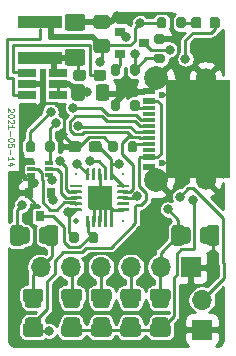
<source format=gbr>
%TF.GenerationSoftware,KiCad,Pcbnew,(5.1.9-0-10_14)*%
%TF.CreationDate,2021-05-17T11:03:40+01:00*%
%TF.ProjectId,Battery,42617474-6572-4792-9e6b-696361645f70,1*%
%TF.SameCoordinates,Original*%
%TF.FileFunction,Copper,L1,Top*%
%TF.FilePolarity,Positive*%
%FSLAX46Y46*%
G04 Gerber Fmt 4.6, Leading zero omitted, Abs format (unit mm)*
G04 Created by KiCad (PCBNEW (5.1.9-0-10_14)) date 2021-05-17 11:03:40*
%MOMM*%
%LPD*%
G01*
G04 APERTURE LIST*
%TA.AperFunction,NonConductor*%
%ADD10C,0.080000*%
%TD*%
%TA.AperFunction,EtchedComponent*%
%ADD11C,0.250000*%
%TD*%
%TA.AperFunction,EtchedComponent*%
%ADD12C,0.500000*%
%TD*%
%TA.AperFunction,SMDPad,CuDef*%
%ADD13R,0.900000X0.800000*%
%TD*%
%TA.AperFunction,SMDPad,CuDef*%
%ADD14R,0.800000X0.900000*%
%TD*%
%TA.AperFunction,SMDPad,CuDef*%
%ADD15R,0.700000X0.400000*%
%TD*%
%TA.AperFunction,ComponentPad*%
%ADD16R,1.700000X1.700000*%
%TD*%
%TA.AperFunction,ComponentPad*%
%ADD17O,1.700000X1.700000*%
%TD*%
%TA.AperFunction,SMDPad,CuDef*%
%ADD18R,0.500000X1.000000*%
%TD*%
%TA.AperFunction,SMDPad,CuDef*%
%ADD19C,0.100000*%
%TD*%
%TA.AperFunction,SMDPad,CuDef*%
%ADD20R,1.000000X0.500000*%
%TD*%
%TA.AperFunction,SMDPad,CuDef*%
%ADD21R,0.800000X0.500000*%
%TD*%
%TA.AperFunction,SMDPad,CuDef*%
%ADD22R,3.650000X0.500000*%
%TD*%
%TA.AperFunction,SMDPad,CuDef*%
%ADD23R,0.500000X2.500000*%
%TD*%
%TA.AperFunction,SMDPad,CuDef*%
%ADD24R,3.700000X1.100000*%
%TD*%
%TA.AperFunction,SMDPad,CuDef*%
%ADD25R,1.560000X0.650000*%
%TD*%
%TA.AperFunction,SMDPad,CuDef*%
%ADD26R,1.750000X2.000000*%
%TD*%
%TA.AperFunction,ComponentPad*%
%ADD27C,0.350000*%
%TD*%
%TA.AperFunction,SMDPad,CuDef*%
%ADD28R,0.200000X0.200000*%
%TD*%
%TA.AperFunction,SMDPad,CuDef*%
%ADD29C,0.500000*%
%TD*%
%TA.AperFunction,SMDPad,CuDef*%
%ADD30R,2.000000X1.750000*%
%TD*%
%TA.AperFunction,SMDPad,CuDef*%
%ADD31R,0.500000X0.200000*%
%TD*%
%TA.AperFunction,SMDPad,CuDef*%
%ADD32R,0.200000X0.500000*%
%TD*%
%TA.AperFunction,SMDPad,CuDef*%
%ADD33R,5.490000X8.340000*%
%TD*%
%TA.AperFunction,SMDPad,CuDef*%
%ADD34R,1.140000X0.600000*%
%TD*%
%TA.AperFunction,ComponentPad*%
%ADD35C,1.700000*%
%TD*%
%TA.AperFunction,ComponentPad*%
%ADD36C,2.000000*%
%TD*%
%TA.AperFunction,SMDPad,CuDef*%
%ADD37R,1.140000X0.300000*%
%TD*%
%TA.AperFunction,ComponentPad*%
%ADD38C,0.600000*%
%TD*%
%TA.AperFunction,ViaPad*%
%ADD39C,0.800000*%
%TD*%
%TA.AperFunction,Conductor*%
%ADD40C,0.250000*%
%TD*%
%TA.AperFunction,Conductor*%
%ADD41C,0.500000*%
%TD*%
%TA.AperFunction,Conductor*%
%ADD42C,0.254000*%
%TD*%
%TA.AperFunction,Conductor*%
%ADD43C,0.100000*%
%TD*%
G04 APERTURE END LIST*
D10*
X118026190Y-107071428D02*
X118050000Y-107095238D01*
X118073809Y-107142857D01*
X118073809Y-107261904D01*
X118050000Y-107309523D01*
X118026190Y-107333333D01*
X117978571Y-107357142D01*
X117930952Y-107357142D01*
X117859523Y-107333333D01*
X117573809Y-107047619D01*
X117573809Y-107357142D01*
X118073809Y-107666666D02*
X118073809Y-107714285D01*
X118050000Y-107761904D01*
X118026190Y-107785714D01*
X117978571Y-107809523D01*
X117883333Y-107833333D01*
X117764285Y-107833333D01*
X117669047Y-107809523D01*
X117621428Y-107785714D01*
X117597619Y-107761904D01*
X117573809Y-107714285D01*
X117573809Y-107666666D01*
X117597619Y-107619047D01*
X117621428Y-107595238D01*
X117669047Y-107571428D01*
X117764285Y-107547619D01*
X117883333Y-107547619D01*
X117978571Y-107571428D01*
X118026190Y-107595238D01*
X118050000Y-107619047D01*
X118073809Y-107666666D01*
X118026190Y-108023809D02*
X118050000Y-108047619D01*
X118073809Y-108095238D01*
X118073809Y-108214285D01*
X118050000Y-108261904D01*
X118026190Y-108285714D01*
X117978571Y-108309523D01*
X117930952Y-108309523D01*
X117859523Y-108285714D01*
X117573809Y-108000000D01*
X117573809Y-108309523D01*
X117573809Y-108785714D02*
X117573809Y-108500000D01*
X117573809Y-108642857D02*
X118073809Y-108642857D01*
X118002380Y-108595238D01*
X117954761Y-108547619D01*
X117930952Y-108500000D01*
X117764285Y-109000000D02*
X117764285Y-109380952D01*
X118073809Y-109714285D02*
X118073809Y-109761904D01*
X118050000Y-109809523D01*
X118026190Y-109833333D01*
X117978571Y-109857142D01*
X117883333Y-109880952D01*
X117764285Y-109880952D01*
X117669047Y-109857142D01*
X117621428Y-109833333D01*
X117597619Y-109809523D01*
X117573809Y-109761904D01*
X117573809Y-109714285D01*
X117597619Y-109666666D01*
X117621428Y-109642857D01*
X117669047Y-109619047D01*
X117764285Y-109595238D01*
X117883333Y-109595238D01*
X117978571Y-109619047D01*
X118026190Y-109642857D01*
X118050000Y-109666666D01*
X118073809Y-109714285D01*
X118073809Y-110333333D02*
X118073809Y-110095238D01*
X117835714Y-110071428D01*
X117859523Y-110095238D01*
X117883333Y-110142857D01*
X117883333Y-110261904D01*
X117859523Y-110309523D01*
X117835714Y-110333333D01*
X117788095Y-110357142D01*
X117669047Y-110357142D01*
X117621428Y-110333333D01*
X117597619Y-110309523D01*
X117573809Y-110261904D01*
X117573809Y-110142857D01*
X117597619Y-110095238D01*
X117621428Y-110071428D01*
X117764285Y-110571428D02*
X117764285Y-110952380D01*
X117573809Y-111452380D02*
X117573809Y-111166666D01*
X117573809Y-111309523D02*
X118073809Y-111309523D01*
X118002380Y-111261904D01*
X117954761Y-111214285D01*
X117930952Y-111166666D01*
X117907142Y-111880952D02*
X117573809Y-111880952D01*
X118097619Y-111761904D02*
X117740476Y-111642857D01*
X117740476Y-111952380D01*
D11*
%TO.C,Reg1*%
X125250000Y-104250000D02*
X124500000Y-104250000D01*
X117500000Y-104500000D02*
X117500000Y-101150000D01*
X119200000Y-105950000D02*
X118000000Y-105950000D01*
X118000000Y-104000000D02*
X118000000Y-101650000D01*
X119200000Y-104000000D02*
X118000000Y-104000000D01*
X124500000Y-101650000D02*
X118000000Y-101650000D01*
X124500000Y-104250000D02*
X124500000Y-101650000D01*
X123500000Y-102750000D02*
X123500000Y-104250000D01*
D12*
X121500000Y-102750000D02*
X123500000Y-102750000D01*
X121500000Y-102600000D02*
X121500000Y-104000000D01*
D11*
X120250000Y-101150000D02*
X117500000Y-101150000D01*
X120250000Y-101150000D02*
X120250000Y-100300000D01*
X118000000Y-104500000D02*
X117500000Y-104500000D01*
X118000000Y-104500000D02*
X118000000Y-105950000D01*
%TD*%
%TO.P,R13,2*%
%TO.N,GND*%
%TA.AperFunction,SMDPad,CuDef*%
G36*
G01*
X130675000Y-101575000D02*
X130125000Y-101575000D01*
G75*
G02*
X129925000Y-101375000I0J200000D01*
G01*
X129925000Y-100975000D01*
G75*
G02*
X130125000Y-100775000I200000J0D01*
G01*
X130675000Y-100775000D01*
G75*
G02*
X130875000Y-100975000I0J-200000D01*
G01*
X130875000Y-101375000D01*
G75*
G02*
X130675000Y-101575000I-200000J0D01*
G01*
G37*
%TD.AperFunction*%
%TO.P,R13,1*%
%TO.N,Net-(R12-Pad2)*%
%TA.AperFunction,SMDPad,CuDef*%
G36*
G01*
X130675000Y-103225000D02*
X130125000Y-103225000D01*
G75*
G02*
X129925000Y-103025000I0J200000D01*
G01*
X129925000Y-102625000D01*
G75*
G02*
X130125000Y-102425000I200000J0D01*
G01*
X130675000Y-102425000D01*
G75*
G02*
X130875000Y-102625000I0J-200000D01*
G01*
X130875000Y-103025000D01*
G75*
G02*
X130675000Y-103225000I-200000J0D01*
G01*
G37*
%TD.AperFunction*%
%TD*%
%TO.P,R12,2*%
%TO.N,Net-(R12-Pad2)*%
%TA.AperFunction,SMDPad,CuDef*%
G36*
G01*
X127925000Y-104075000D02*
X127925000Y-103525000D01*
G75*
G02*
X128125000Y-103325000I200000J0D01*
G01*
X128525000Y-103325000D01*
G75*
G02*
X128725000Y-103525000I0J-200000D01*
G01*
X128725000Y-104075000D01*
G75*
G02*
X128525000Y-104275000I-200000J0D01*
G01*
X128125000Y-104275000D01*
G75*
G02*
X127925000Y-104075000I0J200000D01*
G01*
G37*
%TD.AperFunction*%
%TO.P,R12,1*%
%TO.N,Net-(Q3-Pad2)*%
%TA.AperFunction,SMDPad,CuDef*%
G36*
G01*
X126275000Y-104075000D02*
X126275000Y-103525000D01*
G75*
G02*
X126475000Y-103325000I200000J0D01*
G01*
X126875000Y-103325000D01*
G75*
G02*
X127075000Y-103525000I0J-200000D01*
G01*
X127075000Y-104075000D01*
G75*
G02*
X126875000Y-104275000I-200000J0D01*
G01*
X126475000Y-104275000D01*
G75*
G02*
X126275000Y-104075000I0J200000D01*
G01*
G37*
%TD.AperFunction*%
%TD*%
D13*
%TO.P,Q3,3*%
%TO.N,DC*%
X129100000Y-101500000D03*
%TO.P,Q3,2*%
%TO.N,Net-(Q3-Pad2)*%
X127100000Y-102450000D03*
%TO.P,Q3,1*%
%TO.N,Net-(Q3-Pad1)*%
X127100000Y-100550000D03*
%TD*%
D14*
%TO.P,Q2,3*%
%TO.N,O*%
X120300000Y-116200000D03*
%TO.P,Q2,2*%
%TO.N,GND*%
X119350000Y-114200000D03*
%TO.P,Q2,1*%
%TO.N,Net-(Q2-Pad1)*%
X121250000Y-114200000D03*
%TD*%
%TO.P,R11,2*%
%TO.N,Net-(D1-Pad2)*%
%TA.AperFunction,SMDPad,CuDef*%
G36*
G01*
X131825000Y-100075000D02*
X131825000Y-99525000D01*
G75*
G02*
X132025000Y-99325000I200000J0D01*
G01*
X132425000Y-99325000D01*
G75*
G02*
X132625000Y-99525000I0J-200000D01*
G01*
X132625000Y-100075000D01*
G75*
G02*
X132425000Y-100275000I-200000J0D01*
G01*
X132025000Y-100275000D01*
G75*
G02*
X131825000Y-100075000I0J200000D01*
G01*
G37*
%TD.AperFunction*%
%TO.P,R11,1*%
%TO.N,+3V3*%
%TA.AperFunction,SMDPad,CuDef*%
G36*
G01*
X130175000Y-100075000D02*
X130175000Y-99525000D01*
G75*
G02*
X130375000Y-99325000I200000J0D01*
G01*
X130775000Y-99325000D01*
G75*
G02*
X130975000Y-99525000I0J-200000D01*
G01*
X130975000Y-100075000D01*
G75*
G02*
X130775000Y-100275000I-200000J0D01*
G01*
X130375000Y-100275000D01*
G75*
G02*
X130175000Y-100075000I0J200000D01*
G01*
G37*
%TD.AperFunction*%
%TD*%
%TO.P,D1,2*%
%TO.N,Net-(D1-Pad2)*%
%TA.AperFunction,SMDPad,CuDef*%
G36*
G01*
X133950000Y-99543750D02*
X133950000Y-100056250D01*
G75*
G02*
X133731250Y-100275000I-218750J0D01*
G01*
X133293750Y-100275000D01*
G75*
G02*
X133075000Y-100056250I0J218750D01*
G01*
X133075000Y-99543750D01*
G75*
G02*
X133293750Y-99325000I218750J0D01*
G01*
X133731250Y-99325000D01*
G75*
G02*
X133950000Y-99543750I0J-218750D01*
G01*
G37*
%TD.AperFunction*%
%TO.P,D1,1*%
%TO.N,Net-(D1-Pad1)*%
%TA.AperFunction,SMDPad,CuDef*%
G36*
G01*
X135525000Y-99543750D02*
X135525000Y-100056250D01*
G75*
G02*
X135306250Y-100275000I-218750J0D01*
G01*
X134868750Y-100275000D01*
G75*
G02*
X134650000Y-100056250I0J218750D01*
G01*
X134650000Y-99543750D01*
G75*
G02*
X134868750Y-99325000I218750J0D01*
G01*
X135306250Y-99325000D01*
G75*
G02*
X135525000Y-99543750I0J-218750D01*
G01*
G37*
%TD.AperFunction*%
%TD*%
%TO.P,R10,2*%
%TO.N,O*%
%TA.AperFunction,SMDPad,CuDef*%
G36*
G01*
X124425000Y-118275000D02*
X124425000Y-117725000D01*
G75*
G02*
X124625000Y-117525000I200000J0D01*
G01*
X125025000Y-117525000D01*
G75*
G02*
X125225000Y-117725000I0J-200000D01*
G01*
X125225000Y-118275000D01*
G75*
G02*
X125025000Y-118475000I-200000J0D01*
G01*
X124625000Y-118475000D01*
G75*
G02*
X124425000Y-118275000I0J200000D01*
G01*
G37*
%TD.AperFunction*%
%TO.P,R10,1*%
%TO.N,USB3.3*%
%TA.AperFunction,SMDPad,CuDef*%
G36*
G01*
X122775000Y-118275000D02*
X122775000Y-117725000D01*
G75*
G02*
X122975000Y-117525000I200000J0D01*
G01*
X123375000Y-117525000D01*
G75*
G02*
X123575000Y-117725000I0J-200000D01*
G01*
X123575000Y-118275000D01*
G75*
G02*
X123375000Y-118475000I-200000J0D01*
G01*
X122975000Y-118475000D01*
G75*
G02*
X122775000Y-118275000I0J200000D01*
G01*
G37*
%TD.AperFunction*%
%TD*%
%TO.P,R9,2*%
%TO.N,+3V3*%
%TA.AperFunction,SMDPad,CuDef*%
G36*
G01*
X119875000Y-110025000D02*
X119875000Y-110575000D01*
G75*
G02*
X119675000Y-110775000I-200000J0D01*
G01*
X119275000Y-110775000D01*
G75*
G02*
X119075000Y-110575000I0J200000D01*
G01*
X119075000Y-110025000D01*
G75*
G02*
X119275000Y-109825000I200000J0D01*
G01*
X119675000Y-109825000D01*
G75*
G02*
X119875000Y-110025000I0J-200000D01*
G01*
G37*
%TD.AperFunction*%
%TO.P,R9,1*%
%TO.N,Net-(Q1-Pad3)*%
%TA.AperFunction,SMDPad,CuDef*%
G36*
G01*
X121525000Y-110025000D02*
X121525000Y-110575000D01*
G75*
G02*
X121325000Y-110775000I-200000J0D01*
G01*
X120925000Y-110775000D01*
G75*
G02*
X120725000Y-110575000I0J200000D01*
G01*
X120725000Y-110025000D01*
G75*
G02*
X120925000Y-109825000I200000J0D01*
G01*
X121325000Y-109825000D01*
G75*
G02*
X121525000Y-110025000I0J-200000D01*
G01*
G37*
%TD.AperFunction*%
%TD*%
%TO.P,R8,2*%
%TO.N,Net-(J2-PadB5)*%
%TA.AperFunction,SMDPad,CuDef*%
G36*
G01*
X127925000Y-107075000D02*
X127925000Y-106525000D01*
G75*
G02*
X128125000Y-106325000I200000J0D01*
G01*
X128525000Y-106325000D01*
G75*
G02*
X128725000Y-106525000I0J-200000D01*
G01*
X128725000Y-107075000D01*
G75*
G02*
X128525000Y-107275000I-200000J0D01*
G01*
X128125000Y-107275000D01*
G75*
G02*
X127925000Y-107075000I0J200000D01*
G01*
G37*
%TD.AperFunction*%
%TO.P,R8,1*%
%TO.N,GND*%
%TA.AperFunction,SMDPad,CuDef*%
G36*
G01*
X126275000Y-107075000D02*
X126275000Y-106525000D01*
G75*
G02*
X126475000Y-106325000I200000J0D01*
G01*
X126875000Y-106325000D01*
G75*
G02*
X127075000Y-106525000I0J-200000D01*
G01*
X127075000Y-107075000D01*
G75*
G02*
X126875000Y-107275000I-200000J0D01*
G01*
X126475000Y-107275000D01*
G75*
G02*
X126275000Y-107075000I0J200000D01*
G01*
G37*
%TD.AperFunction*%
%TD*%
%TO.P,R7,2*%
%TO.N,GND*%
%TA.AperFunction,SMDPad,CuDef*%
G36*
G01*
X126875000Y-110025000D02*
X126875000Y-110575000D01*
G75*
G02*
X126675000Y-110775000I-200000J0D01*
G01*
X126275000Y-110775000D01*
G75*
G02*
X126075000Y-110575000I0J200000D01*
G01*
X126075000Y-110025000D01*
G75*
G02*
X126275000Y-109825000I200000J0D01*
G01*
X126675000Y-109825000D01*
G75*
G02*
X126875000Y-110025000I0J-200000D01*
G01*
G37*
%TD.AperFunction*%
%TO.P,R7,1*%
%TO.N,Net-(J2-PadA5)*%
%TA.AperFunction,SMDPad,CuDef*%
G36*
G01*
X128525000Y-110025000D02*
X128525000Y-110575000D01*
G75*
G02*
X128325000Y-110775000I-200000J0D01*
G01*
X127925000Y-110775000D01*
G75*
G02*
X127725000Y-110575000I0J200000D01*
G01*
X127725000Y-110025000D01*
G75*
G02*
X127925000Y-109825000I200000J0D01*
G01*
X128325000Y-109825000D01*
G75*
G02*
X128525000Y-110025000I0J-200000D01*
G01*
G37*
%TD.AperFunction*%
%TD*%
D15*
%TO.P,Q1,5*%
%TO.N,EN*%
X119550000Y-112200000D03*
%TO.P,Q1,4*%
%TO.N,GND*%
X119550000Y-111700000D03*
%TO.P,Q1,2*%
%TO.N,GPIO0*%
X121050000Y-112200000D03*
%TO.P,Q1,6*%
%TO.N,GND*%
X119550000Y-112700000D03*
%TO.P,Q1,3*%
%TO.N,Net-(Q1-Pad3)*%
X121050000Y-111700000D03*
%TO.P,Q1,1*%
%TO.N,Net-(Q1-Pad1)*%
X121050000Y-112700000D03*
%TD*%
%TO.P,R6,1*%
%TO.N,IO5*%
%TA.AperFunction,SMDPad,CuDef*%
G36*
G01*
X118375000Y-118249900D02*
X118375000Y-117350100D01*
G75*
G02*
X118625100Y-117100000I250100J0D01*
G01*
X119149900Y-117100000D01*
G75*
G02*
X119400000Y-117350100I0J-250100D01*
G01*
X119400000Y-118249900D01*
G75*
G02*
X119149900Y-118500000I-250100J0D01*
G01*
X118625100Y-118500000D01*
G75*
G02*
X118375000Y-118249900I0J250100D01*
G01*
G37*
%TD.AperFunction*%
%TO.P,R6,2*%
%TO.N,Net-(J1-Pad6)*%
%TA.AperFunction,SMDPad,CuDef*%
G36*
G01*
X120200000Y-118249900D02*
X120200000Y-117350100D01*
G75*
G02*
X120450100Y-117100000I250100J0D01*
G01*
X120974900Y-117100000D01*
G75*
G02*
X121225000Y-117350100I0J-250100D01*
G01*
X121225000Y-118249900D01*
G75*
G02*
X120974900Y-118500000I-250100J0D01*
G01*
X120450100Y-118500000D01*
G75*
G02*
X120200000Y-118249900I0J250100D01*
G01*
G37*
%TD.AperFunction*%
%TA.AperFunction,SMDPad,CuDef*%
G36*
G01*
X120700000Y-118425250D02*
X120700000Y-117174750D01*
G75*
G02*
X120949750Y-116925000I249750J0D01*
G01*
X121575250Y-116925000D01*
G75*
G02*
X121825000Y-117174750I0J-249750D01*
G01*
X121825000Y-118425250D01*
G75*
G02*
X121575250Y-118675000I-249750J0D01*
G01*
X120949750Y-118675000D01*
G75*
G02*
X120700000Y-118425250I0J249750D01*
G01*
G37*
%TD.AperFunction*%
%TO.P,R6,1*%
%TO.N,IO5*%
%TA.AperFunction,SMDPad,CuDef*%
G36*
G01*
X117775000Y-118425250D02*
X117775000Y-117174750D01*
G75*
G02*
X118024750Y-116925000I249750J0D01*
G01*
X118650250Y-116925000D01*
G75*
G02*
X118900000Y-117174750I0J-249750D01*
G01*
X118900000Y-118425250D01*
G75*
G02*
X118650250Y-118675000I-249750J0D01*
G01*
X118024750Y-118675000D01*
G75*
G02*
X117775000Y-118425250I0J249750D01*
G01*
G37*
%TD.AperFunction*%
%TD*%
%TO.P,R5,1*%
%TO.N,VBUS*%
%TA.AperFunction,SMDPad,CuDef*%
G36*
G01*
X120149900Y-125775000D02*
X119250100Y-125775000D01*
G75*
G02*
X119000000Y-125524900I0J250100D01*
G01*
X119000000Y-125000100D01*
G75*
G02*
X119250100Y-124750000I250100J0D01*
G01*
X120149900Y-124750000D01*
G75*
G02*
X120400000Y-125000100I0J-250100D01*
G01*
X120400000Y-125524900D01*
G75*
G02*
X120149900Y-125775000I-250100J0D01*
G01*
G37*
%TD.AperFunction*%
%TO.P,R5,2*%
%TO.N,Net-(J1-Pad6)*%
%TA.AperFunction,SMDPad,CuDef*%
G36*
G01*
X120149900Y-123950000D02*
X119250100Y-123950000D01*
G75*
G02*
X119000000Y-123699900I0J250100D01*
G01*
X119000000Y-123175100D01*
G75*
G02*
X119250100Y-122925000I250100J0D01*
G01*
X120149900Y-122925000D01*
G75*
G02*
X120400000Y-123175100I0J-250100D01*
G01*
X120400000Y-123699900D01*
G75*
G02*
X120149900Y-123950000I-250100J0D01*
G01*
G37*
%TD.AperFunction*%
%TA.AperFunction,SMDPad,CuDef*%
G36*
G01*
X120325250Y-123450000D02*
X119074750Y-123450000D01*
G75*
G02*
X118825000Y-123200250I0J249750D01*
G01*
X118825000Y-122574750D01*
G75*
G02*
X119074750Y-122325000I249750J0D01*
G01*
X120325250Y-122325000D01*
G75*
G02*
X120575000Y-122574750I0J-249750D01*
G01*
X120575000Y-123200250D01*
G75*
G02*
X120325250Y-123450000I-249750J0D01*
G01*
G37*
%TD.AperFunction*%
%TO.P,R5,1*%
%TO.N,VBUS*%
%TA.AperFunction,SMDPad,CuDef*%
G36*
G01*
X120325250Y-126375000D02*
X119074750Y-126375000D01*
G75*
G02*
X118825000Y-126125250I0J249750D01*
G01*
X118825000Y-125499750D01*
G75*
G02*
X119074750Y-125250000I249750J0D01*
G01*
X120325250Y-125250000D01*
G75*
G02*
X120575000Y-125499750I0J-249750D01*
G01*
X120575000Y-126125250D01*
G75*
G02*
X120325250Y-126375000I-249750J0D01*
G01*
G37*
%TD.AperFunction*%
%TD*%
%TO.P,R4,1*%
%TO.N,+3V3*%
%TA.AperFunction,SMDPad,CuDef*%
G36*
G01*
X123419900Y-125775000D02*
X122520100Y-125775000D01*
G75*
G02*
X122270000Y-125524900I0J250100D01*
G01*
X122270000Y-125000100D01*
G75*
G02*
X122520100Y-124750000I250100J0D01*
G01*
X123419900Y-124750000D01*
G75*
G02*
X123670000Y-125000100I0J-250100D01*
G01*
X123670000Y-125524900D01*
G75*
G02*
X123419900Y-125775000I-250100J0D01*
G01*
G37*
%TD.AperFunction*%
%TO.P,R4,2*%
%TO.N,IO4*%
%TA.AperFunction,SMDPad,CuDef*%
G36*
G01*
X123419900Y-123950000D02*
X122520100Y-123950000D01*
G75*
G02*
X122270000Y-123699900I0J250100D01*
G01*
X122270000Y-123175100D01*
G75*
G02*
X122520100Y-122925000I250100J0D01*
G01*
X123419900Y-122925000D01*
G75*
G02*
X123670000Y-123175100I0J-250100D01*
G01*
X123670000Y-123699900D01*
G75*
G02*
X123419900Y-123950000I-250100J0D01*
G01*
G37*
%TD.AperFunction*%
%TA.AperFunction,SMDPad,CuDef*%
G36*
G01*
X123595250Y-123450000D02*
X122344750Y-123450000D01*
G75*
G02*
X122095000Y-123200250I0J249750D01*
G01*
X122095000Y-122574750D01*
G75*
G02*
X122344750Y-122325000I249750J0D01*
G01*
X123595250Y-122325000D01*
G75*
G02*
X123845000Y-122574750I0J-249750D01*
G01*
X123845000Y-123200250D01*
G75*
G02*
X123595250Y-123450000I-249750J0D01*
G01*
G37*
%TD.AperFunction*%
%TO.P,R4,1*%
%TO.N,+3V3*%
%TA.AperFunction,SMDPad,CuDef*%
G36*
G01*
X123595250Y-126375000D02*
X122344750Y-126375000D01*
G75*
G02*
X122095000Y-126125250I0J249750D01*
G01*
X122095000Y-125499750D01*
G75*
G02*
X122344750Y-125250000I249750J0D01*
G01*
X123595250Y-125250000D01*
G75*
G02*
X123845000Y-125499750I0J-249750D01*
G01*
X123845000Y-126125250D01*
G75*
G02*
X123595250Y-126375000I-249750J0D01*
G01*
G37*
%TD.AperFunction*%
%TD*%
%TO.P,R3,1*%
%TO.N,+3V3*%
%TA.AperFunction,SMDPad,CuDef*%
G36*
G01*
X125919900Y-125775000D02*
X125020100Y-125775000D01*
G75*
G02*
X124770000Y-125524900I0J250100D01*
G01*
X124770000Y-125000100D01*
G75*
G02*
X125020100Y-124750000I250100J0D01*
G01*
X125919900Y-124750000D01*
G75*
G02*
X126170000Y-125000100I0J-250100D01*
G01*
X126170000Y-125524900D01*
G75*
G02*
X125919900Y-125775000I-250100J0D01*
G01*
G37*
%TD.AperFunction*%
%TO.P,R3,2*%
%TO.N,IO3*%
%TA.AperFunction,SMDPad,CuDef*%
G36*
G01*
X125919900Y-123950000D02*
X125020100Y-123950000D01*
G75*
G02*
X124770000Y-123699900I0J250100D01*
G01*
X124770000Y-123175100D01*
G75*
G02*
X125020100Y-122925000I250100J0D01*
G01*
X125919900Y-122925000D01*
G75*
G02*
X126170000Y-123175100I0J-250100D01*
G01*
X126170000Y-123699900D01*
G75*
G02*
X125919900Y-123950000I-250100J0D01*
G01*
G37*
%TD.AperFunction*%
%TA.AperFunction,SMDPad,CuDef*%
G36*
G01*
X126095250Y-123450000D02*
X124844750Y-123450000D01*
G75*
G02*
X124595000Y-123200250I0J249750D01*
G01*
X124595000Y-122574750D01*
G75*
G02*
X124844750Y-122325000I249750J0D01*
G01*
X126095250Y-122325000D01*
G75*
G02*
X126345000Y-122574750I0J-249750D01*
G01*
X126345000Y-123200250D01*
G75*
G02*
X126095250Y-123450000I-249750J0D01*
G01*
G37*
%TD.AperFunction*%
%TO.P,R3,1*%
%TO.N,+3V3*%
%TA.AperFunction,SMDPad,CuDef*%
G36*
G01*
X126095250Y-126375000D02*
X124844750Y-126375000D01*
G75*
G02*
X124595000Y-126125250I0J249750D01*
G01*
X124595000Y-125499750D01*
G75*
G02*
X124844750Y-125250000I249750J0D01*
G01*
X126095250Y-125250000D01*
G75*
G02*
X126345000Y-125499750I0J-249750D01*
G01*
X126345000Y-126125250D01*
G75*
G02*
X126095250Y-126375000I-249750J0D01*
G01*
G37*
%TD.AperFunction*%
%TD*%
%TO.P,R2,1*%
%TO.N,+3V3*%
%TA.AperFunction,SMDPad,CuDef*%
G36*
G01*
X128419900Y-125775000D02*
X127520100Y-125775000D01*
G75*
G02*
X127270000Y-125524900I0J250100D01*
G01*
X127270000Y-125000100D01*
G75*
G02*
X127520100Y-124750000I250100J0D01*
G01*
X128419900Y-124750000D01*
G75*
G02*
X128670000Y-125000100I0J-250100D01*
G01*
X128670000Y-125524900D01*
G75*
G02*
X128419900Y-125775000I-250100J0D01*
G01*
G37*
%TD.AperFunction*%
%TO.P,R2,2*%
%TO.N,IO2*%
%TA.AperFunction,SMDPad,CuDef*%
G36*
G01*
X128419900Y-123950000D02*
X127520100Y-123950000D01*
G75*
G02*
X127270000Y-123699900I0J250100D01*
G01*
X127270000Y-123175100D01*
G75*
G02*
X127520100Y-122925000I250100J0D01*
G01*
X128419900Y-122925000D01*
G75*
G02*
X128670000Y-123175100I0J-250100D01*
G01*
X128670000Y-123699900D01*
G75*
G02*
X128419900Y-123950000I-250100J0D01*
G01*
G37*
%TD.AperFunction*%
%TA.AperFunction,SMDPad,CuDef*%
G36*
G01*
X128595250Y-123450000D02*
X127344750Y-123450000D01*
G75*
G02*
X127095000Y-123200250I0J249750D01*
G01*
X127095000Y-122574750D01*
G75*
G02*
X127344750Y-122325000I249750J0D01*
G01*
X128595250Y-122325000D01*
G75*
G02*
X128845000Y-122574750I0J-249750D01*
G01*
X128845000Y-123200250D01*
G75*
G02*
X128595250Y-123450000I-249750J0D01*
G01*
G37*
%TD.AperFunction*%
%TO.P,R2,1*%
%TO.N,+3V3*%
%TA.AperFunction,SMDPad,CuDef*%
G36*
G01*
X128595250Y-126375000D02*
X127344750Y-126375000D01*
G75*
G02*
X127095000Y-126125250I0J249750D01*
G01*
X127095000Y-125499750D01*
G75*
G02*
X127344750Y-125250000I249750J0D01*
G01*
X128595250Y-125250000D01*
G75*
G02*
X128845000Y-125499750I0J-249750D01*
G01*
X128845000Y-126125250D01*
G75*
G02*
X128595250Y-126375000I-249750J0D01*
G01*
G37*
%TD.AperFunction*%
%TD*%
%TO.P,R1,1*%
%TO.N,+3V3*%
%TA.AperFunction,SMDPad,CuDef*%
G36*
G01*
X130919900Y-125775000D02*
X130020100Y-125775000D01*
G75*
G02*
X129770000Y-125524900I0J250100D01*
G01*
X129770000Y-125000100D01*
G75*
G02*
X130020100Y-124750000I250100J0D01*
G01*
X130919900Y-124750000D01*
G75*
G02*
X131170000Y-125000100I0J-250100D01*
G01*
X131170000Y-125524900D01*
G75*
G02*
X130919900Y-125775000I-250100J0D01*
G01*
G37*
%TD.AperFunction*%
%TO.P,R1,2*%
%TO.N,IO1*%
%TA.AperFunction,SMDPad,CuDef*%
G36*
G01*
X130919900Y-123950000D02*
X130020100Y-123950000D01*
G75*
G02*
X129770000Y-123699900I0J250100D01*
G01*
X129770000Y-123175100D01*
G75*
G02*
X130020100Y-122925000I250100J0D01*
G01*
X130919900Y-122925000D01*
G75*
G02*
X131170000Y-123175100I0J-250100D01*
G01*
X131170000Y-123699900D01*
G75*
G02*
X130919900Y-123950000I-250100J0D01*
G01*
G37*
%TD.AperFunction*%
%TA.AperFunction,SMDPad,CuDef*%
G36*
G01*
X131095250Y-123450000D02*
X129844750Y-123450000D01*
G75*
G02*
X129595000Y-123200250I0J249750D01*
G01*
X129595000Y-122574750D01*
G75*
G02*
X129844750Y-122325000I249750J0D01*
G01*
X131095250Y-122325000D01*
G75*
G02*
X131345000Y-122574750I0J-249750D01*
G01*
X131345000Y-123200250D01*
G75*
G02*
X131095250Y-123450000I-249750J0D01*
G01*
G37*
%TD.AperFunction*%
%TO.P,R1,1*%
%TO.N,+3V3*%
%TA.AperFunction,SMDPad,CuDef*%
G36*
G01*
X131095250Y-126375000D02*
X129844750Y-126375000D01*
G75*
G02*
X129595000Y-126125250I0J249750D01*
G01*
X129595000Y-125499750D01*
G75*
G02*
X129844750Y-125250000I249750J0D01*
G01*
X131095250Y-125250000D01*
G75*
G02*
X131345000Y-125499750I0J-249750D01*
G01*
X131345000Y-126125250D01*
G75*
G02*
X131095250Y-126375000I-249750J0D01*
G01*
G37*
%TD.AperFunction*%
%TD*%
%TO.P,C1,1*%
%TO.N,GND*%
%TA.AperFunction,SMDPad,CuDef*%
G36*
G01*
X134862500Y-117350100D02*
X134862500Y-118249900D01*
G75*
G02*
X134612400Y-118500000I-250100J0D01*
G01*
X134087600Y-118500000D01*
G75*
G02*
X133837500Y-118249900I0J250100D01*
G01*
X133837500Y-117350100D01*
G75*
G02*
X134087600Y-117100000I250100J0D01*
G01*
X134612400Y-117100000D01*
G75*
G02*
X134862500Y-117350100I0J-250100D01*
G01*
G37*
%TD.AperFunction*%
%TO.P,C1,2*%
%TO.N,IO1*%
%TA.AperFunction,SMDPad,CuDef*%
G36*
G01*
X133037500Y-117350100D02*
X133037500Y-118249900D01*
G75*
G02*
X132787400Y-118500000I-250100J0D01*
G01*
X132262600Y-118500000D01*
G75*
G02*
X132012500Y-118249900I0J250100D01*
G01*
X132012500Y-117350100D01*
G75*
G02*
X132262600Y-117100000I250100J0D01*
G01*
X132787400Y-117100000D01*
G75*
G02*
X133037500Y-117350100I0J-250100D01*
G01*
G37*
%TD.AperFunction*%
%TA.AperFunction,SMDPad,CuDef*%
G36*
G01*
X132537500Y-117174750D02*
X132537500Y-118425250D01*
G75*
G02*
X132287750Y-118675000I-249750J0D01*
G01*
X131662250Y-118675000D01*
G75*
G02*
X131412500Y-118425250I0J249750D01*
G01*
X131412500Y-117174750D01*
G75*
G02*
X131662250Y-116925000I249750J0D01*
G01*
X132287750Y-116925000D01*
G75*
G02*
X132537500Y-117174750I0J-249750D01*
G01*
G37*
%TD.AperFunction*%
%TO.P,C1,1*%
%TO.N,GND*%
%TA.AperFunction,SMDPad,CuDef*%
G36*
G01*
X135462500Y-117174750D02*
X135462500Y-118425250D01*
G75*
G02*
X135212750Y-118675000I-249750J0D01*
G01*
X134587250Y-118675000D01*
G75*
G02*
X134337500Y-118425250I0J249750D01*
G01*
X134337500Y-117174750D01*
G75*
G02*
X134587250Y-116925000I249750J0D01*
G01*
X135212750Y-116925000D01*
G75*
G02*
X135462500Y-117174750I0J-249750D01*
G01*
G37*
%TD.AperFunction*%
%TD*%
D16*
%TO.P,J1,1*%
%TO.N,GND*%
X133045000Y-120500000D03*
D17*
%TO.P,J1,2*%
%TO.N,IO1*%
X130505000Y-120500000D03*
%TO.P,J1,3*%
%TO.N,IO2*%
X127965000Y-120500000D03*
%TO.P,J1,4*%
%TO.N,IO3*%
X125425000Y-120500000D03*
%TO.P,J1,5*%
%TO.N,IO4*%
X122885000Y-120500000D03*
%TO.P,J1,6*%
%TO.N,Net-(J1-Pad6)*%
X120345000Y-120500000D03*
%TD*%
%TO.P,C2,2*%
%TO.N,GND*%
%TA.AperFunction,SMDPad,CuDef*%
G36*
G01*
X123775000Y-110062500D02*
X123775000Y-110537500D01*
G75*
G02*
X123537500Y-110775000I-237500J0D01*
G01*
X122937500Y-110775000D01*
G75*
G02*
X122700000Y-110537500I0J237500D01*
G01*
X122700000Y-110062500D01*
G75*
G02*
X122937500Y-109825000I237500J0D01*
G01*
X123537500Y-109825000D01*
G75*
G02*
X123775000Y-110062500I0J-237500D01*
G01*
G37*
%TD.AperFunction*%
%TO.P,C2,1*%
%TO.N,USB3.3*%
%TA.AperFunction,SMDPad,CuDef*%
G36*
G01*
X125500000Y-110062500D02*
X125500000Y-110537500D01*
G75*
G02*
X125262500Y-110775000I-237500J0D01*
G01*
X124662500Y-110775000D01*
G75*
G02*
X124425000Y-110537500I0J237500D01*
G01*
X124425000Y-110062500D01*
G75*
G02*
X124662500Y-109825000I237500J0D01*
G01*
X125262500Y-109825000D01*
G75*
G02*
X125500000Y-110062500I0J-237500D01*
G01*
G37*
%TD.AperFunction*%
%TD*%
%TO.P,Reg1,3*%
%TO.N,GND*%
%TA.AperFunction,SMDPad,CuDef*%
G36*
G01*
X126150000Y-105249550D02*
X126150000Y-106150450D01*
G75*
G02*
X125900450Y-106400000I-249550J0D01*
G01*
X125249550Y-106400000D01*
G75*
G02*
X125000000Y-106150450I0J249550D01*
G01*
X125000000Y-105249550D01*
G75*
G02*
X125249550Y-105000000I249550J0D01*
G01*
X125900450Y-105000000D01*
G75*
G02*
X126150000Y-105249550I0J-249550D01*
G01*
G37*
%TD.AperFunction*%
%TO.P,Reg1,2*%
%TO.N,DC*%
%TA.AperFunction,SMDPad,CuDef*%
G36*
G01*
X124100000Y-105249550D02*
X124100000Y-106150450D01*
G75*
G02*
X123850450Y-106400000I-249550J0D01*
G01*
X123199550Y-106400000D01*
G75*
G02*
X122950000Y-106150450I0J249550D01*
G01*
X122950000Y-105249550D01*
G75*
G02*
X123199550Y-105000000I249550J0D01*
G01*
X123850450Y-105000000D01*
G75*
G02*
X124100000Y-105249550I0J-249550D01*
G01*
G37*
%TD.AperFunction*%
D18*
%TO.P,Reg1,4*%
%TO.N,+3V3*%
X121200000Y-100200000D03*
%TA.AperFunction,SMDPad,CuDef*%
G36*
G01*
X124888388Y-100784835D02*
X125065165Y-100961612D01*
G75*
G02*
X125065165Y-101138388I-88388J-88388D01*
G01*
X124888388Y-101315165D01*
G75*
G02*
X124711612Y-101315165I-88388J88388D01*
G01*
X124534835Y-101138388D01*
G75*
G02*
X124534835Y-100961612I88388J88388D01*
G01*
X124711612Y-100784835D01*
G75*
G02*
X124888388Y-100784835I88388J-88388D01*
G01*
G37*
%TD.AperFunction*%
%TA.AperFunction,SMDPad,CuDef*%
G36*
G01*
X124775000Y-101250000D02*
X124525000Y-101250000D01*
G75*
G02*
X124400000Y-101125000I0J125000D01*
G01*
X124400000Y-100875000D01*
G75*
G02*
X124525000Y-100750000I125000J0D01*
G01*
X124775000Y-100750000D01*
G75*
G02*
X124900000Y-100875000I0J-125000D01*
G01*
X124900000Y-101125000D01*
G75*
G02*
X124775000Y-101250000I-125000J0D01*
G01*
G37*
%TD.AperFunction*%
%TA.AperFunction,SMDPad,CuDef*%
D19*
G36*
X124873223Y-100769670D02*
G01*
X125580330Y-101476777D01*
X125226777Y-101830330D01*
X124519670Y-101123223D01*
X124873223Y-100769670D01*
G37*
%TD.AperFunction*%
%TO.P,Reg1,2*%
%TO.N,DC*%
%TA.AperFunction,SMDPad,CuDef*%
G36*
G01*
X122825000Y-105250000D02*
X122575000Y-105250000D01*
G75*
G02*
X122450000Y-105125000I0J125000D01*
G01*
X122450000Y-104875000D01*
G75*
G02*
X122575000Y-104750000I125000J0D01*
G01*
X122825000Y-104750000D01*
G75*
G02*
X122950000Y-104875000I0J-125000D01*
G01*
X122950000Y-105125000D01*
G75*
G02*
X122825000Y-105250000I-125000J0D01*
G01*
G37*
%TD.AperFunction*%
%TA.AperFunction,SMDPad,CuDef*%
G36*
G01*
X122938388Y-104784835D02*
X123115165Y-104961612D01*
G75*
G02*
X123115165Y-105138388I-88388J-88388D01*
G01*
X122938388Y-105315165D01*
G75*
G02*
X122761612Y-105315165I-88388J88388D01*
G01*
X122584835Y-105138388D01*
G75*
G02*
X122584835Y-104961612I88388J88388D01*
G01*
X122761612Y-104784835D01*
G75*
G02*
X122938388Y-104784835I88388J-88388D01*
G01*
G37*
%TD.AperFunction*%
D20*
X122350000Y-105000000D03*
%TA.AperFunction,SMDPad,CuDef*%
D19*
G36*
X122973223Y-104819670D02*
G01*
X123680330Y-105526777D01*
X123326777Y-105880330D01*
X122619670Y-105173223D01*
X122973223Y-104819670D01*
G37*
%TD.AperFunction*%
D20*
%TO.P,Reg1,3*%
%TO.N,GND*%
X124850000Y-99750000D03*
X124000000Y-99750000D03*
X119750000Y-105000000D03*
D21*
X120350000Y-105000000D03*
D20*
X124500000Y-99750000D03*
%TO.P,Reg1,4*%
%TO.N,+3V3*%
%TA.AperFunction,SMDPad,CuDef*%
G36*
G01*
X121325000Y-101250000D02*
X121075000Y-101250000D01*
G75*
G02*
X120950000Y-101125000I0J125000D01*
G01*
X120950000Y-100875000D01*
G75*
G02*
X121075000Y-100750000I125000J0D01*
G01*
X121325000Y-100750000D01*
G75*
G02*
X121450000Y-100875000I0J-125000D01*
G01*
X121450000Y-101125000D01*
G75*
G02*
X121325000Y-101250000I-125000J0D01*
G01*
G37*
%TD.AperFunction*%
D18*
X121200000Y-100600000D03*
D22*
X122900000Y-101000000D03*
%TO.P,Reg1,~*%
%TO.N,N/C*%
%TA.AperFunction,SMDPad,CuDef*%
G36*
G01*
X123875627Y-103450000D02*
X122624373Y-103450000D01*
G75*
G02*
X122375000Y-103200627I0J249373D01*
G01*
X122375000Y-102274373D01*
G75*
G02*
X122624373Y-102025000I249373J0D01*
G01*
X123875627Y-102025000D01*
G75*
G02*
X124125000Y-102274373I0J-249373D01*
G01*
X124125000Y-103200627D01*
G75*
G02*
X123875627Y-103450000I-249373J0D01*
G01*
G37*
%TD.AperFunction*%
%TO.P,Reg1,3*%
%TO.N,GND*%
%TA.AperFunction,SMDPad,CuDef*%
G36*
G01*
X123875627Y-100475000D02*
X122624373Y-100475000D01*
G75*
G02*
X122375000Y-100225627I0J249373D01*
G01*
X122375000Y-99299373D01*
G75*
G02*
X122624373Y-99050000I249373J0D01*
G01*
X123875627Y-99050000D01*
G75*
G02*
X124125000Y-99299373I0J-249373D01*
G01*
X124125000Y-100225627D01*
G75*
G02*
X123875627Y-100475000I-249373J0D01*
G01*
G37*
%TD.AperFunction*%
D23*
X120500000Y-105000000D03*
D21*
X120100000Y-105000000D03*
D24*
%TO.P,Reg1,4*%
%TO.N,+3V3*%
X120250000Y-99750000D03*
%TO.P,Reg1,~*%
%TO.N,N/C*%
X120250000Y-102750000D03*
%TO.P,Reg1,3*%
%TO.N,GND*%
%TA.AperFunction,SMDPad,CuDef*%
G36*
G01*
X125950450Y-100300000D02*
X125049550Y-100300000D01*
G75*
G02*
X124800000Y-100050450I0J249550D01*
G01*
X124800000Y-99399550D01*
G75*
G02*
X125049550Y-99150000I249550J0D01*
G01*
X125950450Y-99150000D01*
G75*
G02*
X126200000Y-99399550I0J-249550D01*
G01*
X126200000Y-100050450D01*
G75*
G02*
X125950450Y-100300000I-249550J0D01*
G01*
G37*
%TD.AperFunction*%
%TO.P,Reg1,4*%
%TO.N,+3V3*%
%TA.AperFunction,SMDPad,CuDef*%
G36*
G01*
X125950450Y-102350000D02*
X125049550Y-102350000D01*
G75*
G02*
X124800000Y-102100450I0J249550D01*
G01*
X124800000Y-101449550D01*
G75*
G02*
X125049550Y-101200000I249550J0D01*
G01*
X125950450Y-101200000D01*
G75*
G02*
X126200000Y-101449550I0J-249550D01*
G01*
X126200000Y-102100450D01*
G75*
G02*
X125950450Y-102350000I-249550J0D01*
G01*
G37*
%TD.AperFunction*%
%TO.P,Reg1,~*%
%TO.N,N/C*%
%TA.AperFunction,SMDPad,CuDef*%
G36*
G01*
X125900000Y-104012500D02*
X125900000Y-104487500D01*
G75*
G02*
X125662500Y-104725000I-237500J0D01*
G01*
X125062500Y-104725000D01*
G75*
G02*
X124825000Y-104487500I0J237500D01*
G01*
X124825000Y-104012500D01*
G75*
G02*
X125062500Y-103775000I237500J0D01*
G01*
X125662500Y-103775000D01*
G75*
G02*
X125900000Y-104012500I0J-237500D01*
G01*
G37*
%TD.AperFunction*%
%TA.AperFunction,SMDPad,CuDef*%
G36*
G01*
X124175000Y-104012500D02*
X124175000Y-104487500D01*
G75*
G02*
X123937500Y-104725000I-237500J0D01*
G01*
X123337500Y-104725000D01*
G75*
G02*
X123100000Y-104487500I0J237500D01*
G01*
X123100000Y-104012500D01*
G75*
G02*
X123337500Y-103775000I237500J0D01*
G01*
X123937500Y-103775000D01*
G75*
G02*
X124175000Y-104012500I0J-237500D01*
G01*
G37*
%TD.AperFunction*%
D25*
%TO.P,Reg1,1*%
%TO.N,DC*%
X121850000Y-105950000D03*
%TO.P,Reg1,2*%
X121850000Y-105000000D03*
%TO.P,Reg1,~*%
%TO.N,N/C*%
X121850000Y-104050000D03*
X119150000Y-104050000D03*
X119150000Y-105950000D03*
%TO.P,Reg1,3*%
%TO.N,GND*%
X119150000Y-105000000D03*
%TD*%
%TA.AperFunction,SMDPad,CuDef*%
D19*
%TO.P,U2,21*%
%TO.N,GND*%
G36*
X124324797Y-115374887D02*
G01*
X126074887Y-113624797D01*
X126325203Y-113875113D01*
X124575113Y-115625203D01*
X124324797Y-115374887D01*
G37*
%TD.AperFunction*%
D26*
X125450000Y-114625000D03*
D27*
X125325000Y-114625000D03*
D28*
%TO.P,U2,~*%
%TO.N,N/C*%
X123325000Y-116625000D03*
X127325000Y-112625000D03*
X127325000Y-116625000D03*
X123325000Y-112625000D03*
D29*
X123325000Y-116625000D03*
D30*
%TO.P,U2,21*%
%TO.N,GND*%
X125325000Y-114500000D03*
%TO.P,U2,20*%
%TO.N,USB3.3*%
%TA.AperFunction,SMDPad,CuDef*%
G36*
G01*
X123762500Y-115750000D02*
X122887500Y-115750000D01*
G75*
G02*
X122825000Y-115687500I0J62500D01*
G01*
X122825000Y-115562500D01*
G75*
G02*
X122887500Y-115500000I62500J0D01*
G01*
X123762500Y-115500000D01*
G75*
G02*
X123825000Y-115562500I0J-62500D01*
G01*
X123825000Y-115687500D01*
G75*
G02*
X123762500Y-115750000I-62500J0D01*
G01*
G37*
%TD.AperFunction*%
%TO.P,U2,19*%
%TO.N,EN*%
%TA.AperFunction,SMDPad,CuDef*%
G36*
G01*
X123762500Y-115250000D02*
X122887500Y-115250000D01*
G75*
G02*
X122825000Y-115187500I0J62500D01*
G01*
X122825000Y-115062500D01*
G75*
G02*
X122887500Y-115000000I62500J0D01*
G01*
X123762500Y-115000000D01*
G75*
G02*
X123825000Y-115062500I0J-62500D01*
G01*
X123825000Y-115187500D01*
G75*
G02*
X123762500Y-115250000I-62500J0D01*
G01*
G37*
%TD.AperFunction*%
%TO.P,U2,18*%
%TO.N,GPIO0*%
%TA.AperFunction,SMDPad,CuDef*%
G36*
G01*
X123762500Y-114750000D02*
X122887500Y-114750000D01*
G75*
G02*
X122825000Y-114687500I0J62500D01*
G01*
X122825000Y-114562500D01*
G75*
G02*
X122887500Y-114500000I62500J0D01*
G01*
X123762500Y-114500000D01*
G75*
G02*
X123825000Y-114562500I0J-62500D01*
G01*
X123825000Y-114687500D01*
G75*
G02*
X123762500Y-114750000I-62500J0D01*
G01*
G37*
%TD.AperFunction*%
%TO.P,U2,17*%
%TO.N,I*%
%TA.AperFunction,SMDPad,CuDef*%
G36*
G01*
X123762500Y-114250000D02*
X122887500Y-114250000D01*
G75*
G02*
X122825000Y-114187500I0J62500D01*
G01*
X122825000Y-114062500D01*
G75*
G02*
X122887500Y-114000000I62500J0D01*
G01*
X123762500Y-114000000D01*
G75*
G02*
X123825000Y-114062500I0J-62500D01*
G01*
X123825000Y-114187500D01*
G75*
G02*
X123762500Y-114250000I-62500J0D01*
G01*
G37*
%TD.AperFunction*%
%TO.P,U2,16*%
%TO.N,Net-(U2-Pad16)*%
%TA.AperFunction,SMDPad,CuDef*%
G36*
G01*
X123762500Y-113750000D02*
X122887500Y-113750000D01*
G75*
G02*
X122825000Y-113687500I0J62500D01*
G01*
X122825000Y-113562500D01*
G75*
G02*
X122887500Y-113500000I62500J0D01*
G01*
X123762500Y-113500000D01*
G75*
G02*
X123825000Y-113562500I0J-62500D01*
G01*
X123825000Y-113687500D01*
G75*
G02*
X123762500Y-113750000I-62500J0D01*
G01*
G37*
%TD.AperFunction*%
%TO.P,U2,15*%
%TO.N,CBUS*%
%TA.AperFunction,SMDPad,CuDef*%
G36*
G01*
X124387500Y-113125000D02*
X124262500Y-113125000D01*
G75*
G02*
X124200000Y-113062500I0J62500D01*
G01*
X124200000Y-112187500D01*
G75*
G02*
X124262500Y-112125000I62500J0D01*
G01*
X124387500Y-112125000D01*
G75*
G02*
X124450000Y-112187500I0J-62500D01*
G01*
X124450000Y-113062500D01*
G75*
G02*
X124387500Y-113125000I-62500J0D01*
G01*
G37*
%TD.AperFunction*%
%TO.P,U2,14*%
%TO.N,Net-(U2-Pad14)*%
%TA.AperFunction,SMDPad,CuDef*%
G36*
G01*
X124887500Y-113125000D02*
X124762500Y-113125000D01*
G75*
G02*
X124700000Y-113062500I0J62500D01*
G01*
X124700000Y-112187500D01*
G75*
G02*
X124762500Y-112125000I62500J0D01*
G01*
X124887500Y-112125000D01*
G75*
G02*
X124950000Y-112187500I0J-62500D01*
G01*
X124950000Y-113062500D01*
G75*
G02*
X124887500Y-113125000I-62500J0D01*
G01*
G37*
%TD.AperFunction*%
%TO.P,U2,13*%
%TO.N,GND*%
%TA.AperFunction,SMDPad,CuDef*%
G36*
G01*
X125387500Y-113125000D02*
X125262500Y-113125000D01*
G75*
G02*
X125200000Y-113062500I0J62500D01*
G01*
X125200000Y-112187500D01*
G75*
G02*
X125262500Y-112125000I62500J0D01*
G01*
X125387500Y-112125000D01*
G75*
G02*
X125450000Y-112187500I0J-62500D01*
G01*
X125450000Y-113062500D01*
G75*
G02*
X125387500Y-113125000I-62500J0D01*
G01*
G37*
%TD.AperFunction*%
%TO.P,U2,12*%
%TO.N,VBUS*%
%TA.AperFunction,SMDPad,CuDef*%
G36*
G01*
X125887500Y-113125000D02*
X125762500Y-113125000D01*
G75*
G02*
X125700000Y-113062500I0J62500D01*
G01*
X125700000Y-112187500D01*
G75*
G02*
X125762500Y-112125000I62500J0D01*
G01*
X125887500Y-112125000D01*
G75*
G02*
X125950000Y-112187500I0J-62500D01*
G01*
X125950000Y-113062500D01*
G75*
G02*
X125887500Y-113125000I-62500J0D01*
G01*
G37*
%TD.AperFunction*%
%TO.P,U2,11*%
%TO.N,USB3.3*%
%TA.AperFunction,SMDPad,CuDef*%
G36*
G01*
X126387500Y-113125000D02*
X126262500Y-113125000D01*
G75*
G02*
X126200000Y-113062500I0J62500D01*
G01*
X126200000Y-112187500D01*
G75*
G02*
X126262500Y-112125000I62500J0D01*
G01*
X126387500Y-112125000D01*
G75*
G02*
X126450000Y-112187500I0J-62500D01*
G01*
X126450000Y-113062500D01*
G75*
G02*
X126387500Y-113125000I-62500J0D01*
G01*
G37*
%TD.AperFunction*%
%TO.P,U2,10*%
%TA.AperFunction,SMDPad,CuDef*%
G36*
G01*
X127762500Y-113750000D02*
X126887500Y-113750000D01*
G75*
G02*
X126825000Y-113687500I0J62500D01*
G01*
X126825000Y-113562500D01*
G75*
G02*
X126887500Y-113500000I62500J0D01*
G01*
X127762500Y-113500000D01*
G75*
G02*
X127825000Y-113562500I0J-62500D01*
G01*
X127825000Y-113687500D01*
G75*
G02*
X127762500Y-113750000I-62500J0D01*
G01*
G37*
%TD.AperFunction*%
%TO.P,U2,9*%
%TO.N,D-*%
%TA.AperFunction,SMDPad,CuDef*%
G36*
G01*
X127762500Y-114250000D02*
X126887500Y-114250000D01*
G75*
G02*
X126825000Y-114187500I0J62500D01*
G01*
X126825000Y-114062500D01*
G75*
G02*
X126887500Y-114000000I62500J0D01*
G01*
X127762500Y-114000000D01*
G75*
G02*
X127825000Y-114062500I0J-62500D01*
G01*
X127825000Y-114187500D01*
G75*
G02*
X127762500Y-114250000I-62500J0D01*
G01*
G37*
%TD.AperFunction*%
%TO.P,U2,8*%
%TO.N,D+*%
%TA.AperFunction,SMDPad,CuDef*%
G36*
G01*
X127762500Y-114750000D02*
X126887500Y-114750000D01*
G75*
G02*
X126825000Y-114687500I0J62500D01*
G01*
X126825000Y-114562500D01*
G75*
G02*
X126887500Y-114500000I62500J0D01*
G01*
X127762500Y-114500000D01*
G75*
G02*
X127825000Y-114562500I0J-62500D01*
G01*
X127825000Y-114687500D01*
G75*
G02*
X127762500Y-114750000I-62500J0D01*
G01*
G37*
%TD.AperFunction*%
%TO.P,U2,7*%
%TO.N,Net-(U2-Pad7)*%
%TA.AperFunction,SMDPad,CuDef*%
G36*
G01*
X127762500Y-115250000D02*
X126887500Y-115250000D01*
G75*
G02*
X126825000Y-115187500I0J62500D01*
G01*
X126825000Y-115062500D01*
G75*
G02*
X126887500Y-115000000I62500J0D01*
G01*
X127762500Y-115000000D01*
G75*
G02*
X127825000Y-115062500I0J-62500D01*
G01*
X127825000Y-115187500D01*
G75*
G02*
X127762500Y-115250000I-62500J0D01*
G01*
G37*
%TD.AperFunction*%
%TO.P,U2,6*%
%TO.N,GND*%
%TA.AperFunction,SMDPad,CuDef*%
G36*
G01*
X127762500Y-115750000D02*
X126887500Y-115750000D01*
G75*
G02*
X126825000Y-115687500I0J62500D01*
G01*
X126825000Y-115562500D01*
G75*
G02*
X126887500Y-115500000I62500J0D01*
G01*
X127762500Y-115500000D01*
G75*
G02*
X127825000Y-115562500I0J-62500D01*
G01*
X127825000Y-115687500D01*
G75*
G02*
X127762500Y-115750000I-62500J0D01*
G01*
G37*
%TD.AperFunction*%
%TO.P,U2,5*%
%TA.AperFunction,SMDPad,CuDef*%
G36*
G01*
X126387500Y-117125000D02*
X126262500Y-117125000D01*
G75*
G02*
X126200000Y-117062500I0J62500D01*
G01*
X126200000Y-116187500D01*
G75*
G02*
X126262500Y-116125000I62500J0D01*
G01*
X126387500Y-116125000D01*
G75*
G02*
X126450000Y-116187500I0J-62500D01*
G01*
X126450000Y-117062500D01*
G75*
G02*
X126387500Y-117125000I-62500J0D01*
G01*
G37*
%TD.AperFunction*%
%TO.P,U2,4*%
%TA.AperFunction,SMDPad,CuDef*%
G36*
G01*
X125887500Y-117125000D02*
X125762500Y-117125000D01*
G75*
G02*
X125700000Y-117062500I0J62500D01*
G01*
X125700000Y-116187500D01*
G75*
G02*
X125762500Y-116125000I62500J0D01*
G01*
X125887500Y-116125000D01*
G75*
G02*
X125950000Y-116187500I0J-62500D01*
G01*
X125950000Y-117062500D01*
G75*
G02*
X125887500Y-117125000I-62500J0D01*
G01*
G37*
%TD.AperFunction*%
%TO.P,U2,3*%
%TA.AperFunction,SMDPad,CuDef*%
G36*
G01*
X125387500Y-117125000D02*
X125262500Y-117125000D01*
G75*
G02*
X125200000Y-117062500I0J62500D01*
G01*
X125200000Y-116187500D01*
G75*
G02*
X125262500Y-116125000I62500J0D01*
G01*
X125387500Y-116125000D01*
G75*
G02*
X125450000Y-116187500I0J-62500D01*
G01*
X125450000Y-117062500D01*
G75*
G02*
X125387500Y-117125000I-62500J0D01*
G01*
G37*
%TD.AperFunction*%
%TO.P,U2,2*%
%TA.AperFunction,SMDPad,CuDef*%
G36*
G01*
X124887500Y-117125000D02*
X124762500Y-117125000D01*
G75*
G02*
X124700000Y-117062500I0J62500D01*
G01*
X124700000Y-116187500D01*
G75*
G02*
X124762500Y-116125000I62500J0D01*
G01*
X124887500Y-116125000D01*
G75*
G02*
X124950000Y-116187500I0J-62500D01*
G01*
X124950000Y-117062500D01*
G75*
G02*
X124887500Y-117125000I-62500J0D01*
G01*
G37*
%TD.AperFunction*%
%TO.P,U2,1*%
%TO.N,O*%
%TA.AperFunction,SMDPad,CuDef*%
G36*
G01*
X124387500Y-117125000D02*
X124262500Y-117125000D01*
G75*
G02*
X124200000Y-117062500I0J62500D01*
G01*
X124200000Y-116187500D01*
G75*
G02*
X124262500Y-116125000I62500J0D01*
G01*
X124387500Y-116125000D01*
G75*
G02*
X124450000Y-116187500I0J-62500D01*
G01*
X124450000Y-117062500D01*
G75*
G02*
X124387500Y-117125000I-62500J0D01*
G01*
G37*
%TD.AperFunction*%
%TD*%
D17*
%TO.P,J3,2*%
%TO.N,DC*%
X134000000Y-123260000D03*
D16*
%TO.P,J3,1*%
%TO.N,GND*%
X134000000Y-125800000D03*
%TD*%
D31*
%TO.P,J2,S1*%
%TO.N,GND*%
X130980000Y-104780000D03*
X130970000Y-112830000D03*
X130960000Y-105910000D03*
X130830000Y-105910000D03*
X130960000Y-111700000D03*
X130810000Y-111700000D03*
D32*
X134320000Y-112410000D03*
%TA.AperFunction,SMDPad,CuDef*%
D19*
G36*
X129712513Y-105476066D02*
G01*
X130066066Y-105122513D01*
X130207487Y-105263934D01*
X129853934Y-105617487D01*
X129712513Y-105476066D01*
G37*
%TD.AperFunction*%
%TA.AperFunction,SMDPad,CuDef*%
G36*
X129913934Y-112002513D02*
G01*
X130267487Y-112356066D01*
X130126066Y-112497487D01*
X129772513Y-112143934D01*
X129913934Y-112002513D01*
G37*
%TD.AperFunction*%
D32*
X134320000Y-105180000D03*
D33*
X133655000Y-108800000D03*
D34*
%TO.P,J2,A12*%
X129540000Y-105600000D03*
%TO.P,J2,A4*%
%TO.N,VBUS*%
X129540000Y-111200000D03*
%TO.P,J2,B12*%
%TO.N,GND*%
X129540000Y-112000000D03*
%TO.P,J2,B4*%
%TO.N,VBUS*%
X129540000Y-106400000D03*
D35*
%TO.P,J2,S1*%
%TO.N,GND*%
X134310000Y-104475000D03*
X134310000Y-113125000D03*
D36*
X130130000Y-104475000D03*
X130130000Y-113125000D03*
D37*
%TO.P,J2,A7*%
%TO.N,D-*%
X129540000Y-108550000D03*
%TO.P,J2,A6*%
%TO.N,D+*%
X129540000Y-109050000D03*
%TO.P,J2,B6*%
X129540000Y-108050000D03*
%TO.P,J2,B7*%
%TO.N,D-*%
X129540000Y-109550000D03*
%TO.P,J2,A8*%
%TO.N,Net-(J2-PadA8)*%
X129540000Y-107550000D03*
%TO.P,J2,A5*%
%TO.N,Net-(J2-PadA5)*%
X129540000Y-110050000D03*
%TO.P,J2,B5*%
%TO.N,Net-(J2-PadB5)*%
X129540000Y-107050000D03*
%TO.P,J2,B8*%
%TO.N,Net-(J2-PadB8)*%
X129540000Y-110550000D03*
D34*
%TO.P,J2,A9*%
%TO.N,VBUS*%
X129540000Y-106400000D03*
%TO.P,J2,B9*%
X129540000Y-111200000D03*
%TO.P,J2,B1*%
%TO.N,GND*%
X129540000Y-105600000D03*
D38*
%TO.P,J2,S1*%
X130610000Y-105910000D03*
X130610000Y-111690000D03*
D34*
%TO.P,J2,A1*%
X129540000Y-112000000D03*
%TD*%
D39*
%TO.N,D+*%
X128519703Y-114503639D03*
X123074990Y-107002896D03*
X123508521Y-108519276D03*
%TO.N,GND*%
X127600000Y-105700000D03*
X135099978Y-120500000D03*
X119797858Y-113339079D03*
X126791357Y-99250010D03*
%TO.N,+3V3*%
X128767944Y-99825010D03*
X133263385Y-114841048D03*
X125375766Y-103148469D03*
X121174967Y-107338560D03*
%TO.N,VBUS*%
X124500000Y-111500000D03*
X121037188Y-125891054D03*
%TO.N,IO5*%
X118746112Y-115241552D03*
%TO.N,IO1*%
X131100000Y-115600000D03*
%TO.N,I*%
X122002091Y-111533132D03*
%TO.N,USB3.3*%
X122620319Y-115805000D03*
X126995491Y-111775021D03*
%TO.N,Net-(Q2-Pad1)*%
X121412513Y-114802482D03*
%TO.N,CBUS*%
X123452103Y-111722555D03*
%TO.N,Net-(Q1-Pad3)*%
X121608498Y-108271922D03*
%TO.N,Net-(D1-Pad1)*%
X132596825Y-102843812D03*
%TO.N,Net-(Q1-Pad1)*%
X121300000Y-113149998D03*
%TO.N,DC*%
X132124013Y-114525689D03*
X131272516Y-102075059D03*
X124300000Y-105700000D03*
%TO.N,Net-(Q3-Pad1)*%
X127599978Y-100999998D03*
%TO.N,Net-(R12-Pad2)*%
X128352613Y-102433624D03*
%TD*%
D40*
%TO.N,D+*%
X128398342Y-114625000D02*
X128519703Y-114503639D01*
X127325000Y-114625000D02*
X128398342Y-114625000D01*
X128850000Y-108050000D02*
X128400000Y-107600000D01*
X126034733Y-107600000D02*
X125437629Y-107002896D01*
X125437629Y-107002896D02*
X123074990Y-107002896D01*
X129540000Y-108050000D02*
X128850000Y-108050000D01*
X128400000Y-107600000D02*
X126034733Y-107600000D01*
X129540000Y-109050000D02*
X129539979Y-109049979D01*
X128386390Y-109049979D02*
X127936379Y-108599968D01*
X123589213Y-108599968D02*
X123508521Y-108519276D01*
X129539979Y-109049979D02*
X128386390Y-109049979D01*
X127936379Y-108599968D02*
X123589213Y-108599968D01*
%TO.N,GND*%
X125325000Y-112625000D02*
X125325000Y-114500000D01*
X124825000Y-115250000D02*
X125450000Y-114625000D01*
X124825000Y-116625000D02*
X124825000Y-115250000D01*
X126450000Y-115625000D02*
X125450000Y-114625000D01*
X127325000Y-115625000D02*
X126450000Y-115625000D01*
X125325000Y-114750000D02*
X125450000Y-114625000D01*
X125325000Y-116625000D02*
X125325000Y-114750000D01*
X125825000Y-115000000D02*
X125450000Y-114625000D01*
X125825000Y-116625000D02*
X125825000Y-115000000D01*
X126325000Y-115500000D02*
X125450000Y-114625000D01*
X126325000Y-116625000D02*
X126325000Y-115500000D01*
X119350000Y-112900000D02*
X119524999Y-112725001D01*
X119350000Y-113050000D02*
X118950000Y-113050000D01*
X119350000Y-114200000D02*
X119350000Y-113050000D01*
X119350000Y-113050000D02*
X119350000Y-112900000D01*
X118874999Y-112974999D02*
X118874999Y-111325001D01*
X118950000Y-113050000D02*
X118874999Y-112974999D01*
X118874999Y-111325001D02*
X118900000Y-111300000D01*
X118900000Y-111300000D02*
X119600000Y-111300000D01*
X119600000Y-111650000D02*
X119575001Y-111674999D01*
X119600000Y-111300000D02*
X119600000Y-111650000D01*
X119350000Y-114602317D02*
X119754682Y-115006999D01*
X119754682Y-115006999D02*
X119754682Y-115254682D01*
X119350000Y-114200000D02*
X119350000Y-114602317D01*
X119754682Y-115254682D02*
X119300000Y-115709364D01*
X119300000Y-116686870D02*
X119800000Y-117186870D01*
X119300000Y-115709364D02*
X119300000Y-116686870D01*
X119800000Y-117186870D02*
X119800000Y-119000000D01*
X119800000Y-119000000D02*
X118300000Y-120500000D01*
X118300000Y-120500000D02*
X118300000Y-126700000D01*
X118300000Y-126700000D02*
X118600000Y-127000000D01*
X118600000Y-127000000D02*
X131700000Y-127000000D01*
X131700000Y-127000000D02*
X132000000Y-126700000D01*
X132000000Y-126700000D02*
X132000000Y-126400000D01*
X132600000Y-125800000D02*
X134000000Y-125800000D01*
X132000000Y-126400000D02*
X132600000Y-125800000D01*
X133045000Y-120500000D02*
X135099978Y-120500000D01*
X134900000Y-120300022D02*
X135099978Y-120500000D01*
X134900000Y-117800000D02*
X134900000Y-120300022D01*
X119350000Y-114200000D02*
X119350000Y-113786937D01*
X119350000Y-113786937D02*
X119797858Y-113339079D01*
X130130000Y-113125000D02*
X131200000Y-114195000D01*
X131200000Y-114195000D02*
X131200000Y-114600000D01*
X131200000Y-114600000D02*
X130900000Y-114900000D01*
X130900000Y-114900000D02*
X130700000Y-114900000D01*
X130700000Y-114900000D02*
X129700000Y-115900000D01*
X129700000Y-115900000D02*
X129700000Y-116500000D01*
X126600001Y-119599999D02*
X126600001Y-121899999D01*
X126624999Y-119324999D02*
X124575001Y-119324999D01*
X126750000Y-119450000D02*
X126624999Y-119324999D01*
X129700000Y-116500000D02*
X126750000Y-119450000D01*
X126750000Y-119450000D02*
X126600001Y-119599999D01*
X124249999Y-119650001D02*
X124249999Y-121550001D01*
X124575001Y-119324999D02*
X124249999Y-119650001D01*
X118600000Y-111000000D02*
X118900000Y-111300000D01*
X118600000Y-109100000D02*
X118600000Y-111000000D01*
D41*
X127500000Y-105800000D02*
X127600000Y-105700000D01*
X126025000Y-105800000D02*
X127500000Y-105800000D01*
X120500000Y-105000000D02*
X120500000Y-106700000D01*
X120500000Y-106700000D02*
X119100000Y-108100000D01*
X126675000Y-106625000D02*
X127600000Y-105700000D01*
X126675000Y-106800000D02*
X126675000Y-106625000D01*
X125500000Y-99725000D02*
X126316367Y-99725000D01*
X126316367Y-99725000D02*
X126791357Y-99250010D01*
D40*
X126475000Y-110300000D02*
X125674990Y-109499990D01*
X123629490Y-110300000D02*
X123237500Y-110300000D01*
X124429500Y-109499990D02*
X123629490Y-110300000D01*
X125674990Y-109499990D02*
X124429500Y-109499990D01*
X130400000Y-101175000D02*
X131875000Y-101175000D01*
X131997517Y-102423060D02*
X131300000Y-103120577D01*
X131997517Y-101727058D02*
X131997517Y-102423060D01*
X131660229Y-101389770D02*
X131997517Y-101727058D01*
X131300000Y-103305000D02*
X130130000Y-104475000D01*
X131300000Y-103120577D02*
X131300000Y-103305000D01*
X127041377Y-98999990D02*
X131399990Y-98999990D01*
X126791357Y-99250010D02*
X127041377Y-98999990D01*
X131399990Y-98999990D02*
X131500000Y-99100000D01*
X131500000Y-99100000D02*
X131500000Y-100600000D01*
X131824999Y-100924999D02*
X131824999Y-101224999D01*
X131500000Y-100600000D02*
X131824999Y-100924999D01*
X131824999Y-101224999D02*
X131660229Y-101389770D01*
X131875000Y-101175000D02*
X131824999Y-101224999D01*
X124249999Y-121550001D02*
X124249999Y-124350001D01*
X124249999Y-124350001D02*
X124200000Y-124400000D01*
X124200000Y-124400000D02*
X121700000Y-124400000D01*
X120500000Y-106700000D02*
X120586441Y-106613559D01*
X120586441Y-106613559D02*
X121612651Y-106613559D01*
X121612651Y-106613559D02*
X122333508Y-107334416D01*
X122333508Y-109396008D02*
X123237500Y-110300000D01*
X122333508Y-107334416D02*
X122333508Y-109396008D01*
%TO.N,D-*%
X128669990Y-109499990D02*
X128720000Y-109550000D01*
X128720000Y-109550000D02*
X129540000Y-109550000D01*
X128099990Y-109499990D02*
X128669990Y-109499990D01*
X127873022Y-114125000D02*
X128150010Y-113848012D01*
X127707532Y-109499990D02*
X128099990Y-109499990D01*
X127325000Y-114125000D02*
X127873022Y-114125000D01*
X128150010Y-113848012D02*
X128150010Y-111850010D01*
X127200010Y-110007512D02*
X127707532Y-109499990D01*
X128150010Y-111850010D02*
X127200010Y-110900010D01*
X127200010Y-110900010D02*
X127200010Y-110007512D01*
X128302091Y-108138501D02*
X128713590Y-108550000D01*
X122783519Y-108187682D02*
X123243295Y-107727906D01*
X127649979Y-109049979D02*
X124050822Y-109049979D01*
X123243295Y-107727906D02*
X125526228Y-107727906D01*
X125526228Y-107727906D02*
X125936823Y-108138501D01*
X123856523Y-109244278D02*
X123160519Y-109244278D01*
X128713590Y-108550000D02*
X129540000Y-108550000D01*
X123160519Y-109244278D02*
X122783519Y-108867278D01*
X122783519Y-108867278D02*
X122783519Y-108187682D01*
X128099990Y-109499990D02*
X127649979Y-109049979D01*
X125936823Y-108138501D02*
X128302091Y-108138501D01*
X124050822Y-109049979D02*
X123856523Y-109244278D01*
%TO.N,+3V3*%
X122970000Y-125812500D02*
X125470000Y-125812500D01*
X125470000Y-125812500D02*
X127970000Y-125812500D01*
X130470000Y-125812500D02*
X127970000Y-125812500D01*
X128792954Y-99800000D02*
X128767944Y-99825010D01*
X130575000Y-99800000D02*
X128792954Y-99800000D01*
X131670010Y-124612490D02*
X131670010Y-121329990D01*
X131869999Y-121130001D02*
X131869999Y-119389999D01*
X131670010Y-121329990D02*
X131869999Y-121130001D01*
X130470000Y-125812500D02*
X131670010Y-124612490D01*
X133362510Y-118937490D02*
X133362510Y-114940173D01*
X132259988Y-119000010D02*
X133299990Y-119000010D01*
X131869999Y-119389999D02*
X132259988Y-119000010D01*
X133362510Y-114940173D02*
X133263385Y-114841048D01*
X133299990Y-119000010D02*
X133362510Y-118937490D01*
X125500000Y-103024235D02*
X125375766Y-103148469D01*
X125500000Y-101775000D02*
X125500000Y-103024235D01*
X128324999Y-101340001D02*
X128324999Y-100267955D01*
X125500000Y-101775000D02*
X125550001Y-101724999D01*
X125550001Y-101724999D02*
X127940001Y-101724999D01*
X128324999Y-100267955D02*
X128767944Y-99825010D01*
X127940001Y-101724999D02*
X128324999Y-101340001D01*
X119475000Y-110300000D02*
X119475000Y-109038527D01*
X119475000Y-109038527D02*
X121174967Y-107338560D01*
%TO.N,VBUS*%
X129540000Y-106400000D02*
X130200000Y-106400000D01*
X130200000Y-106400000D02*
X130500000Y-106700000D01*
X130195002Y-111200000D02*
X129540000Y-111200000D01*
X130500000Y-110895002D02*
X130195002Y-111200000D01*
X130500000Y-106700000D02*
X130500000Y-110895002D01*
X125248022Y-111500000D02*
X124500000Y-111500000D01*
X125825000Y-112076978D02*
X125248022Y-111500000D01*
X125825000Y-112625000D02*
X125825000Y-112076978D01*
X119778554Y-125891054D02*
X119700000Y-125812500D01*
X121037188Y-125891054D02*
X119778554Y-125891054D01*
X128867704Y-115228640D02*
X129271323Y-114825021D01*
X119700000Y-125262500D02*
X120900010Y-124062490D01*
X126270685Y-118849989D02*
X128360337Y-116760337D01*
X128720000Y-111200000D02*
X129540000Y-111200000D01*
X120900010Y-124062490D02*
X120900010Y-121699990D01*
X122231390Y-119250021D02*
X123813569Y-119250021D01*
X129271323Y-114825021D02*
X129271323Y-114228677D01*
X121520001Y-121079999D02*
X121520001Y-119961410D01*
X121520001Y-119961410D02*
X122231390Y-119250021D01*
X123813569Y-119250021D02*
X124213600Y-118849989D01*
X128471360Y-115228640D02*
X128867704Y-115228640D01*
X128644999Y-111275001D02*
X128720000Y-111200000D01*
X128360337Y-116760337D02*
X128360337Y-115339663D01*
X129271323Y-114228677D02*
X128644999Y-113602354D01*
X128644999Y-113602354D02*
X128644999Y-111275001D01*
X120900010Y-121699990D02*
X121520001Y-121079999D01*
X124213600Y-118849989D02*
X126270685Y-118849989D01*
X128360337Y-115339663D02*
X128471360Y-115228640D01*
%TO.N,IO5*%
X118337500Y-117800000D02*
X118337500Y-115650164D01*
X118337500Y-115650164D02*
X118746112Y-115241552D01*
%TO.N,IO4*%
X122970000Y-120585000D02*
X122885000Y-120500000D01*
X122970000Y-122887500D02*
X122970000Y-120585000D01*
%TO.N,IO3*%
X125470000Y-120545000D02*
X125425000Y-120500000D01*
X125470000Y-122887500D02*
X125470000Y-120545000D01*
%TO.N,IO2*%
X127970000Y-120505000D02*
X127965000Y-120500000D01*
X127970000Y-122887500D02*
X127970000Y-120505000D01*
%TO.N,IO1*%
X130470000Y-120535000D02*
X130505000Y-120500000D01*
X130470000Y-122887500D02*
X130470000Y-120535000D01*
X130505000Y-119270000D02*
X131975000Y-117800000D01*
X130505000Y-120500000D02*
X130505000Y-119270000D01*
X131975000Y-116475000D02*
X131975000Y-117800000D01*
X131100000Y-115600000D02*
X131975000Y-116475000D01*
%TO.N,O*%
X124325000Y-117500000D02*
X124825000Y-118000000D01*
X124325000Y-116625000D02*
X124325000Y-117500000D01*
X123624990Y-118800010D02*
X124425000Y-118000000D01*
X120300000Y-116200000D02*
X121413334Y-116200000D01*
X122757532Y-118800010D02*
X123624990Y-118800010D01*
X121413334Y-116200000D02*
X122299988Y-117086654D01*
X124425000Y-118000000D02*
X124825000Y-118000000D01*
X122299988Y-118342466D02*
X122757532Y-118800010D01*
X122299988Y-117086654D02*
X122299988Y-118342466D01*
%TO.N,I*%
X123325000Y-114125000D02*
X122776978Y-114125000D01*
X122500000Y-112031041D02*
X122002091Y-111533132D01*
X122776978Y-114125000D02*
X122500000Y-113848022D01*
X122500000Y-113848022D02*
X122500000Y-112031041D01*
%TO.N,EN*%
X120524999Y-113130001D02*
X120524999Y-114989997D01*
X120474999Y-113080001D02*
X120524999Y-113130001D01*
X119550000Y-112200000D02*
X120150000Y-112200000D01*
X120150000Y-112200000D02*
X120474999Y-112524999D01*
X120474999Y-112524999D02*
X120474999Y-113080001D01*
X121167501Y-115632499D02*
X121719817Y-115632499D01*
X121719817Y-115632499D02*
X122352317Y-115000000D01*
X120524999Y-114989997D02*
X121167501Y-115632499D01*
X122352317Y-115000000D02*
X123200000Y-115000000D01*
X123200000Y-115000000D02*
X123325000Y-115125000D01*
%TO.N,Net-(J2-PadA5)*%
X128375000Y-110050000D02*
X128125000Y-110300000D01*
X129540000Y-110050000D02*
X128375000Y-110050000D01*
%TO.N,Net-(J2-PadB5)*%
X128375000Y-107050000D02*
X128125000Y-106800000D01*
X129540000Y-107050000D02*
X128375000Y-107050000D01*
%TO.N,Net-(J1-Pad6)*%
X119700000Y-121145000D02*
X120345000Y-120500000D01*
X119700000Y-123437500D02*
X119700000Y-121145000D01*
X121262500Y-117800000D02*
X121262500Y-119582500D01*
X121262500Y-119582500D02*
X120345000Y-120500000D01*
%TO.N,GPIO0*%
X121700000Y-112200000D02*
X121685002Y-112200000D01*
X121700000Y-112200000D02*
X121050000Y-112200000D01*
X123325000Y-114625000D02*
X122488590Y-114625000D01*
X122488590Y-114625000D02*
X122049989Y-114186399D01*
X122049989Y-114186399D02*
X122049989Y-112549989D01*
X122049989Y-112549989D02*
X121700000Y-112200000D01*
%TO.N,USB3.3*%
X126325000Y-111662500D02*
X126325000Y-112625000D01*
X126325000Y-112625000D02*
X127325000Y-113625000D01*
X123325000Y-115625000D02*
X122749999Y-116200001D01*
X122620319Y-116070321D02*
X122620319Y-115805000D01*
X122749999Y-116200001D02*
X122620319Y-116070321D01*
X122749999Y-117574999D02*
X123175000Y-118000000D01*
X122749999Y-116200001D02*
X122749999Y-117574999D01*
X124962500Y-110300000D02*
X125257522Y-110300000D01*
X125257522Y-110300000D02*
X126325000Y-111367478D01*
X126325000Y-111367478D02*
X126325000Y-111662500D01*
X126325000Y-111662500D02*
X126437521Y-111775021D01*
X126437521Y-111775021D02*
X126995491Y-111775021D01*
%TO.N,Net-(Q2-Pad1)*%
X121250000Y-114200000D02*
X121250000Y-114639969D01*
X121250000Y-114639969D02*
X121412513Y-114802482D01*
%TO.N,CBUS*%
X124325000Y-112625000D02*
X123452103Y-111752103D01*
X123452103Y-111752103D02*
X123452103Y-111722555D01*
%TO.N,Net-(Q1-Pad3)*%
X121125000Y-111625000D02*
X121075001Y-111674999D01*
X121125000Y-110300000D02*
X121125000Y-111625000D01*
X121125000Y-110300000D02*
X121125000Y-108755420D01*
X121125000Y-108755420D02*
X121608498Y-108271922D01*
%TO.N,Net-(D1-Pad2)*%
X132225000Y-99800000D02*
X133512500Y-99800000D01*
%TO.N,Net-(D1-Pad1)*%
X135087500Y-99800000D02*
X135087500Y-100353137D01*
X132596825Y-102843812D02*
X132596825Y-101303175D01*
X132596825Y-101303175D02*
X133229681Y-100670319D01*
X133229681Y-100670319D02*
X134770319Y-100670319D01*
X135087500Y-100353137D02*
X134770319Y-100670319D01*
%TO.N,Net-(Q1-Pad1)*%
X121324979Y-112974979D02*
X121324979Y-113000011D01*
X121075001Y-112725001D02*
X121324979Y-112974979D01*
X121324979Y-113125019D02*
X121300000Y-113149998D01*
X121324979Y-113000011D02*
X121324979Y-113125019D01*
%TO.N,DC*%
X133273005Y-113800001D02*
X132849701Y-113800001D01*
X134000000Y-123260000D02*
X135824990Y-121435010D01*
X135824990Y-121435010D02*
X135824990Y-120151986D01*
X135824990Y-120151986D02*
X135787510Y-120114506D01*
X132849701Y-113800001D02*
X132124013Y-114525689D01*
X135787510Y-120114506D02*
X135787510Y-116314506D01*
X135787510Y-116314506D02*
X133273005Y-113800001D01*
X121850000Y-105000000D02*
X121850000Y-105950000D01*
X129100000Y-101500000D02*
X129675059Y-102075059D01*
X129675059Y-102075059D02*
X131272516Y-102075059D01*
X123525000Y-105700000D02*
X124300000Y-105700000D01*
%TO.N,Net-(Q3-Pad2)*%
X127100000Y-103375000D02*
X126675000Y-103800000D01*
X127100000Y-102450000D02*
X127100000Y-103375000D01*
%TO.N,Net-(Q3-Pad1)*%
X127100000Y-100550000D02*
X127149980Y-100550000D01*
X127149980Y-100550000D02*
X127599978Y-100999998D01*
%TO.N,Net-(R12-Pad2)*%
X129300000Y-102825000D02*
X130400000Y-102825000D01*
X128325000Y-103800000D02*
X129300000Y-102825000D01*
X128325000Y-102461237D02*
X128352613Y-102433624D01*
X128325000Y-103800000D02*
X128325000Y-102461237D01*
%TD*%
D42*
%TO.N,GND*%
X119635750Y-115285000D02*
X119750000Y-115288072D01*
X119874482Y-115275812D01*
X119994180Y-115239502D01*
X120068048Y-115200018D01*
X120105583Y-115270242D01*
X120152600Y-115327532D01*
X120152603Y-115327535D01*
X120168316Y-115346681D01*
X120187462Y-115362394D01*
X120196244Y-115371176D01*
X119900000Y-115371176D01*
X119826095Y-115378455D01*
X119755030Y-115400012D01*
X119689537Y-115435019D01*
X119632131Y-115482131D01*
X119585019Y-115539537D01*
X119550012Y-115605030D01*
X119528455Y-115676095D01*
X119521176Y-115750000D01*
X119521176Y-116650000D01*
X119528455Y-116723905D01*
X119550012Y-116794970D01*
X119585019Y-116860463D01*
X119632131Y-116917869D01*
X119689537Y-116964981D01*
X119755030Y-116999988D01*
X119826095Y-117021545D01*
X119900000Y-117028824D01*
X119912130Y-117028824D01*
X119869050Y-117109421D01*
X119833261Y-117227403D01*
X119821176Y-117350100D01*
X119821176Y-118249900D01*
X119833261Y-118372597D01*
X119869050Y-118490579D01*
X119927169Y-118599311D01*
X120005384Y-118694616D01*
X120100689Y-118772831D01*
X120209421Y-118830950D01*
X120327403Y-118866739D01*
X120450100Y-118878824D01*
X120516376Y-118878824D01*
X120600533Y-118947890D01*
X120709205Y-119005977D01*
X120760501Y-119021537D01*
X120760501Y-119344011D01*
X120702903Y-119320153D01*
X120465849Y-119273000D01*
X120224151Y-119273000D01*
X119987097Y-119320153D01*
X119763798Y-119412647D01*
X119562833Y-119546927D01*
X119391927Y-119717833D01*
X119257647Y-119918798D01*
X119165153Y-120142097D01*
X119118000Y-120379151D01*
X119118000Y-120620849D01*
X119165153Y-120857903D01*
X119221349Y-120993571D01*
X119205265Y-121046591D01*
X119195573Y-121145000D01*
X119198001Y-121169653D01*
X119198001Y-121946176D01*
X119074750Y-121946176D01*
X118952121Y-121958254D01*
X118834205Y-121994023D01*
X118725533Y-122052110D01*
X118630281Y-122130281D01*
X118552110Y-122225533D01*
X118494023Y-122334205D01*
X118458254Y-122452121D01*
X118446176Y-122574750D01*
X118446176Y-123200250D01*
X118458254Y-123322879D01*
X118494023Y-123440795D01*
X118552110Y-123549467D01*
X118621176Y-123633624D01*
X118621176Y-123699900D01*
X118633261Y-123822597D01*
X118669050Y-123940579D01*
X118727169Y-124049311D01*
X118805384Y-124144616D01*
X118900689Y-124222831D01*
X119009421Y-124280950D01*
X119127403Y-124316739D01*
X119250100Y-124328824D01*
X119923742Y-124328824D01*
X119881390Y-124371176D01*
X119250100Y-124371176D01*
X119127403Y-124383261D01*
X119009421Y-124419050D01*
X118900689Y-124477169D01*
X118805384Y-124555384D01*
X118727169Y-124650689D01*
X118669050Y-124759421D01*
X118633261Y-124877403D01*
X118621176Y-125000100D01*
X118621176Y-125066376D01*
X118552110Y-125150533D01*
X118494023Y-125259205D01*
X118458254Y-125377121D01*
X118446176Y-125499750D01*
X118446176Y-126125250D01*
X118458254Y-126247879D01*
X118494023Y-126365795D01*
X118552110Y-126474467D01*
X118630281Y-126569719D01*
X118725533Y-126647890D01*
X118834205Y-126705977D01*
X118952121Y-126741746D01*
X119074750Y-126753824D01*
X120325250Y-126753824D01*
X120447879Y-126741746D01*
X120565795Y-126705977D01*
X120674467Y-126647890D01*
X120727962Y-126603988D01*
X120810545Y-126638195D01*
X120960660Y-126668054D01*
X121113716Y-126668054D01*
X121263831Y-126638195D01*
X121405236Y-126579623D01*
X121532497Y-126494590D01*
X121640724Y-126386363D01*
X121725757Y-126259102D01*
X121729164Y-126250878D01*
X121764023Y-126365795D01*
X121822110Y-126474467D01*
X121900281Y-126569719D01*
X121995533Y-126647890D01*
X122104205Y-126705977D01*
X122222121Y-126741746D01*
X122344750Y-126753824D01*
X123595250Y-126753824D01*
X123717879Y-126741746D01*
X123835795Y-126705977D01*
X123944467Y-126647890D01*
X124039719Y-126569719D01*
X124117890Y-126474467D01*
X124175977Y-126365795D01*
X124191537Y-126314500D01*
X124248463Y-126314500D01*
X124264023Y-126365795D01*
X124322110Y-126474467D01*
X124400281Y-126569719D01*
X124495533Y-126647890D01*
X124604205Y-126705977D01*
X124722121Y-126741746D01*
X124844750Y-126753824D01*
X126095250Y-126753824D01*
X126217879Y-126741746D01*
X126335795Y-126705977D01*
X126444467Y-126647890D01*
X126539719Y-126569719D01*
X126617890Y-126474467D01*
X126675977Y-126365795D01*
X126691537Y-126314500D01*
X126748463Y-126314500D01*
X126764023Y-126365795D01*
X126822110Y-126474467D01*
X126900281Y-126569719D01*
X126995533Y-126647890D01*
X127104205Y-126705977D01*
X127222121Y-126741746D01*
X127344750Y-126753824D01*
X128595250Y-126753824D01*
X128717879Y-126741746D01*
X128835795Y-126705977D01*
X128944467Y-126647890D01*
X129039719Y-126569719D01*
X129117890Y-126474467D01*
X129175977Y-126365795D01*
X129191537Y-126314500D01*
X129248463Y-126314500D01*
X129264023Y-126365795D01*
X129322110Y-126474467D01*
X129400281Y-126569719D01*
X129495533Y-126647890D01*
X129604205Y-126705977D01*
X129722121Y-126741746D01*
X129844750Y-126753824D01*
X131095250Y-126753824D01*
X131217879Y-126741746D01*
X131335795Y-126705977D01*
X131444467Y-126647890D01*
X131539719Y-126569719D01*
X131617890Y-126474467D01*
X131675977Y-126365795D01*
X131711746Y-126247879D01*
X131723824Y-126125250D01*
X131723824Y-125499750D01*
X131711746Y-125377121D01*
X131689302Y-125303133D01*
X132007548Y-124984887D01*
X132026694Y-124969174D01*
X132089427Y-124892735D01*
X132136041Y-124805526D01*
X132164746Y-124710899D01*
X132172010Y-124637143D01*
X132172010Y-124637134D01*
X132174437Y-124612491D01*
X132172010Y-124587848D01*
X132172010Y-121985808D01*
X132195000Y-121988072D01*
X132759250Y-121985000D01*
X132918000Y-121826250D01*
X132918000Y-120627000D01*
X133172000Y-120627000D01*
X133172000Y-121826250D01*
X133330750Y-121985000D01*
X133895000Y-121988072D01*
X134019482Y-121975812D01*
X134139180Y-121939502D01*
X134249494Y-121880537D01*
X134346185Y-121801185D01*
X134425537Y-121704494D01*
X134484502Y-121594180D01*
X134520812Y-121474482D01*
X134533072Y-121350000D01*
X134530000Y-120785750D01*
X134371250Y-120627000D01*
X133172000Y-120627000D01*
X132918000Y-120627000D01*
X132898000Y-120627000D01*
X132898000Y-120373000D01*
X132918000Y-120373000D01*
X132918000Y-120353000D01*
X133172000Y-120353000D01*
X133172000Y-120373000D01*
X134371250Y-120373000D01*
X134530000Y-120214250D01*
X134533072Y-119650000D01*
X134520812Y-119525518D01*
X134484502Y-119405820D01*
X134434352Y-119311997D01*
X134614250Y-119310000D01*
X134773000Y-119151250D01*
X134773000Y-119136859D01*
X134862500Y-119138072D01*
X134986982Y-119125812D01*
X135027000Y-119113673D01*
X135027000Y-119151250D01*
X135185750Y-119310000D01*
X135285510Y-119311107D01*
X135285510Y-120089863D01*
X135283083Y-120114506D01*
X135285510Y-120139149D01*
X135285510Y-120139158D01*
X135292774Y-120212914D01*
X135321479Y-120307541D01*
X135322991Y-120310370D01*
X135322990Y-121227074D01*
X134437105Y-122112960D01*
X134357903Y-122080153D01*
X134120849Y-122033000D01*
X133879151Y-122033000D01*
X133642097Y-122080153D01*
X133418798Y-122172647D01*
X133217833Y-122306927D01*
X133046927Y-122477833D01*
X132912647Y-122678798D01*
X132820153Y-122902097D01*
X132773000Y-123139151D01*
X132773000Y-123380849D01*
X132820153Y-123617903D01*
X132912647Y-123841202D01*
X133046927Y-124042167D01*
X133217833Y-124213073D01*
X133367553Y-124313112D01*
X133150000Y-124311928D01*
X133025518Y-124324188D01*
X132905820Y-124360498D01*
X132795506Y-124419463D01*
X132698815Y-124498815D01*
X132619463Y-124595506D01*
X132560498Y-124705820D01*
X132524188Y-124825518D01*
X132511928Y-124950000D01*
X132515000Y-125514250D01*
X132673750Y-125673000D01*
X133873000Y-125673000D01*
X133873000Y-125653000D01*
X134127000Y-125653000D01*
X134127000Y-125673000D01*
X135326250Y-125673000D01*
X135485000Y-125514250D01*
X135488072Y-124950000D01*
X135475812Y-124825518D01*
X135439502Y-124705820D01*
X135380537Y-124595506D01*
X135301185Y-124498815D01*
X135204494Y-124419463D01*
X135094180Y-124360498D01*
X134974482Y-124324188D01*
X134850000Y-124311928D01*
X134632447Y-124313112D01*
X134782167Y-124213073D01*
X134953073Y-124042167D01*
X135087353Y-123841202D01*
X135179847Y-123617903D01*
X135227000Y-123380849D01*
X135227000Y-123139151D01*
X135179847Y-122902097D01*
X135147040Y-122822895D01*
X135773000Y-122196935D01*
X135773000Y-126579117D01*
X135760078Y-126710899D01*
X135727873Y-126817570D01*
X135675558Y-126915961D01*
X135605130Y-127002313D01*
X135519270Y-127073343D01*
X135421255Y-127126339D01*
X135314807Y-127159290D01*
X135217983Y-127169467D01*
X135301185Y-127101185D01*
X135380537Y-127004494D01*
X135439502Y-126894180D01*
X135475812Y-126774482D01*
X135488072Y-126650000D01*
X135485000Y-126085750D01*
X135326250Y-125927000D01*
X134127000Y-125927000D01*
X134127000Y-125947000D01*
X133873000Y-125947000D01*
X133873000Y-125927000D01*
X132673750Y-125927000D01*
X132515000Y-126085750D01*
X132511928Y-126650000D01*
X132524188Y-126774482D01*
X132560498Y-126894180D01*
X132619463Y-127004494D01*
X132698815Y-127101185D01*
X132786322Y-127173000D01*
X118220883Y-127173000D01*
X118089101Y-127160078D01*
X117982430Y-127127873D01*
X117884039Y-127075558D01*
X117797687Y-127005130D01*
X117726657Y-126919270D01*
X117673661Y-126821255D01*
X117640710Y-126714807D01*
X117627000Y-126584371D01*
X117627000Y-118908060D01*
X117675533Y-118947890D01*
X117784205Y-119005977D01*
X117902121Y-119041746D01*
X118024750Y-119053824D01*
X118650250Y-119053824D01*
X118772879Y-119041746D01*
X118890795Y-119005977D01*
X118999467Y-118947890D01*
X119083624Y-118878824D01*
X119149900Y-118878824D01*
X119272597Y-118866739D01*
X119390579Y-118830950D01*
X119499311Y-118772831D01*
X119594616Y-118694616D01*
X119672831Y-118599311D01*
X119730950Y-118490579D01*
X119766739Y-118372597D01*
X119778824Y-118249900D01*
X119778824Y-117350100D01*
X119766739Y-117227403D01*
X119730950Y-117109421D01*
X119672831Y-117000689D01*
X119594616Y-116905384D01*
X119499311Y-116827169D01*
X119390579Y-116769050D01*
X119272597Y-116733261D01*
X119149900Y-116721176D01*
X119083624Y-116721176D01*
X118999467Y-116652110D01*
X118890795Y-116594023D01*
X118839500Y-116578463D01*
X118839500Y-116015198D01*
X118972755Y-115988693D01*
X119114160Y-115930121D01*
X119241421Y-115845088D01*
X119349648Y-115736861D01*
X119434681Y-115609600D01*
X119493253Y-115468195D01*
X119523112Y-115318080D01*
X119523112Y-115172362D01*
X119635750Y-115285000D01*
%TA.AperFunction,Conductor*%
D43*
G36*
X119635750Y-115285000D02*
G01*
X119750000Y-115288072D01*
X119874482Y-115275812D01*
X119994180Y-115239502D01*
X120068048Y-115200018D01*
X120105583Y-115270242D01*
X120152600Y-115327532D01*
X120152603Y-115327535D01*
X120168316Y-115346681D01*
X120187462Y-115362394D01*
X120196244Y-115371176D01*
X119900000Y-115371176D01*
X119826095Y-115378455D01*
X119755030Y-115400012D01*
X119689537Y-115435019D01*
X119632131Y-115482131D01*
X119585019Y-115539537D01*
X119550012Y-115605030D01*
X119528455Y-115676095D01*
X119521176Y-115750000D01*
X119521176Y-116650000D01*
X119528455Y-116723905D01*
X119550012Y-116794970D01*
X119585019Y-116860463D01*
X119632131Y-116917869D01*
X119689537Y-116964981D01*
X119755030Y-116999988D01*
X119826095Y-117021545D01*
X119900000Y-117028824D01*
X119912130Y-117028824D01*
X119869050Y-117109421D01*
X119833261Y-117227403D01*
X119821176Y-117350100D01*
X119821176Y-118249900D01*
X119833261Y-118372597D01*
X119869050Y-118490579D01*
X119927169Y-118599311D01*
X120005384Y-118694616D01*
X120100689Y-118772831D01*
X120209421Y-118830950D01*
X120327403Y-118866739D01*
X120450100Y-118878824D01*
X120516376Y-118878824D01*
X120600533Y-118947890D01*
X120709205Y-119005977D01*
X120760501Y-119021537D01*
X120760501Y-119344011D01*
X120702903Y-119320153D01*
X120465849Y-119273000D01*
X120224151Y-119273000D01*
X119987097Y-119320153D01*
X119763798Y-119412647D01*
X119562833Y-119546927D01*
X119391927Y-119717833D01*
X119257647Y-119918798D01*
X119165153Y-120142097D01*
X119118000Y-120379151D01*
X119118000Y-120620849D01*
X119165153Y-120857903D01*
X119221349Y-120993571D01*
X119205265Y-121046591D01*
X119195573Y-121145000D01*
X119198001Y-121169653D01*
X119198001Y-121946176D01*
X119074750Y-121946176D01*
X118952121Y-121958254D01*
X118834205Y-121994023D01*
X118725533Y-122052110D01*
X118630281Y-122130281D01*
X118552110Y-122225533D01*
X118494023Y-122334205D01*
X118458254Y-122452121D01*
X118446176Y-122574750D01*
X118446176Y-123200250D01*
X118458254Y-123322879D01*
X118494023Y-123440795D01*
X118552110Y-123549467D01*
X118621176Y-123633624D01*
X118621176Y-123699900D01*
X118633261Y-123822597D01*
X118669050Y-123940579D01*
X118727169Y-124049311D01*
X118805384Y-124144616D01*
X118900689Y-124222831D01*
X119009421Y-124280950D01*
X119127403Y-124316739D01*
X119250100Y-124328824D01*
X119923742Y-124328824D01*
X119881390Y-124371176D01*
X119250100Y-124371176D01*
X119127403Y-124383261D01*
X119009421Y-124419050D01*
X118900689Y-124477169D01*
X118805384Y-124555384D01*
X118727169Y-124650689D01*
X118669050Y-124759421D01*
X118633261Y-124877403D01*
X118621176Y-125000100D01*
X118621176Y-125066376D01*
X118552110Y-125150533D01*
X118494023Y-125259205D01*
X118458254Y-125377121D01*
X118446176Y-125499750D01*
X118446176Y-126125250D01*
X118458254Y-126247879D01*
X118494023Y-126365795D01*
X118552110Y-126474467D01*
X118630281Y-126569719D01*
X118725533Y-126647890D01*
X118834205Y-126705977D01*
X118952121Y-126741746D01*
X119074750Y-126753824D01*
X120325250Y-126753824D01*
X120447879Y-126741746D01*
X120565795Y-126705977D01*
X120674467Y-126647890D01*
X120727962Y-126603988D01*
X120810545Y-126638195D01*
X120960660Y-126668054D01*
X121113716Y-126668054D01*
X121263831Y-126638195D01*
X121405236Y-126579623D01*
X121532497Y-126494590D01*
X121640724Y-126386363D01*
X121725757Y-126259102D01*
X121729164Y-126250878D01*
X121764023Y-126365795D01*
X121822110Y-126474467D01*
X121900281Y-126569719D01*
X121995533Y-126647890D01*
X122104205Y-126705977D01*
X122222121Y-126741746D01*
X122344750Y-126753824D01*
X123595250Y-126753824D01*
X123717879Y-126741746D01*
X123835795Y-126705977D01*
X123944467Y-126647890D01*
X124039719Y-126569719D01*
X124117890Y-126474467D01*
X124175977Y-126365795D01*
X124191537Y-126314500D01*
X124248463Y-126314500D01*
X124264023Y-126365795D01*
X124322110Y-126474467D01*
X124400281Y-126569719D01*
X124495533Y-126647890D01*
X124604205Y-126705977D01*
X124722121Y-126741746D01*
X124844750Y-126753824D01*
X126095250Y-126753824D01*
X126217879Y-126741746D01*
X126335795Y-126705977D01*
X126444467Y-126647890D01*
X126539719Y-126569719D01*
X126617890Y-126474467D01*
X126675977Y-126365795D01*
X126691537Y-126314500D01*
X126748463Y-126314500D01*
X126764023Y-126365795D01*
X126822110Y-126474467D01*
X126900281Y-126569719D01*
X126995533Y-126647890D01*
X127104205Y-126705977D01*
X127222121Y-126741746D01*
X127344750Y-126753824D01*
X128595250Y-126753824D01*
X128717879Y-126741746D01*
X128835795Y-126705977D01*
X128944467Y-126647890D01*
X129039719Y-126569719D01*
X129117890Y-126474467D01*
X129175977Y-126365795D01*
X129191537Y-126314500D01*
X129248463Y-126314500D01*
X129264023Y-126365795D01*
X129322110Y-126474467D01*
X129400281Y-126569719D01*
X129495533Y-126647890D01*
X129604205Y-126705977D01*
X129722121Y-126741746D01*
X129844750Y-126753824D01*
X131095250Y-126753824D01*
X131217879Y-126741746D01*
X131335795Y-126705977D01*
X131444467Y-126647890D01*
X131539719Y-126569719D01*
X131617890Y-126474467D01*
X131675977Y-126365795D01*
X131711746Y-126247879D01*
X131723824Y-126125250D01*
X131723824Y-125499750D01*
X131711746Y-125377121D01*
X131689302Y-125303133D01*
X132007548Y-124984887D01*
X132026694Y-124969174D01*
X132089427Y-124892735D01*
X132136041Y-124805526D01*
X132164746Y-124710899D01*
X132172010Y-124637143D01*
X132172010Y-124637134D01*
X132174437Y-124612491D01*
X132172010Y-124587848D01*
X132172010Y-121985808D01*
X132195000Y-121988072D01*
X132759250Y-121985000D01*
X132918000Y-121826250D01*
X132918000Y-120627000D01*
X133172000Y-120627000D01*
X133172000Y-121826250D01*
X133330750Y-121985000D01*
X133895000Y-121988072D01*
X134019482Y-121975812D01*
X134139180Y-121939502D01*
X134249494Y-121880537D01*
X134346185Y-121801185D01*
X134425537Y-121704494D01*
X134484502Y-121594180D01*
X134520812Y-121474482D01*
X134533072Y-121350000D01*
X134530000Y-120785750D01*
X134371250Y-120627000D01*
X133172000Y-120627000D01*
X132918000Y-120627000D01*
X132898000Y-120627000D01*
X132898000Y-120373000D01*
X132918000Y-120373000D01*
X132918000Y-120353000D01*
X133172000Y-120353000D01*
X133172000Y-120373000D01*
X134371250Y-120373000D01*
X134530000Y-120214250D01*
X134533072Y-119650000D01*
X134520812Y-119525518D01*
X134484502Y-119405820D01*
X134434352Y-119311997D01*
X134614250Y-119310000D01*
X134773000Y-119151250D01*
X134773000Y-119136859D01*
X134862500Y-119138072D01*
X134986982Y-119125812D01*
X135027000Y-119113673D01*
X135027000Y-119151250D01*
X135185750Y-119310000D01*
X135285510Y-119311107D01*
X135285510Y-120089863D01*
X135283083Y-120114506D01*
X135285510Y-120139149D01*
X135285510Y-120139158D01*
X135292774Y-120212914D01*
X135321479Y-120307541D01*
X135322991Y-120310370D01*
X135322990Y-121227074D01*
X134437105Y-122112960D01*
X134357903Y-122080153D01*
X134120849Y-122033000D01*
X133879151Y-122033000D01*
X133642097Y-122080153D01*
X133418798Y-122172647D01*
X133217833Y-122306927D01*
X133046927Y-122477833D01*
X132912647Y-122678798D01*
X132820153Y-122902097D01*
X132773000Y-123139151D01*
X132773000Y-123380849D01*
X132820153Y-123617903D01*
X132912647Y-123841202D01*
X133046927Y-124042167D01*
X133217833Y-124213073D01*
X133367553Y-124313112D01*
X133150000Y-124311928D01*
X133025518Y-124324188D01*
X132905820Y-124360498D01*
X132795506Y-124419463D01*
X132698815Y-124498815D01*
X132619463Y-124595506D01*
X132560498Y-124705820D01*
X132524188Y-124825518D01*
X132511928Y-124950000D01*
X132515000Y-125514250D01*
X132673750Y-125673000D01*
X133873000Y-125673000D01*
X133873000Y-125653000D01*
X134127000Y-125653000D01*
X134127000Y-125673000D01*
X135326250Y-125673000D01*
X135485000Y-125514250D01*
X135488072Y-124950000D01*
X135475812Y-124825518D01*
X135439502Y-124705820D01*
X135380537Y-124595506D01*
X135301185Y-124498815D01*
X135204494Y-124419463D01*
X135094180Y-124360498D01*
X134974482Y-124324188D01*
X134850000Y-124311928D01*
X134632447Y-124313112D01*
X134782167Y-124213073D01*
X134953073Y-124042167D01*
X135087353Y-123841202D01*
X135179847Y-123617903D01*
X135227000Y-123380849D01*
X135227000Y-123139151D01*
X135179847Y-122902097D01*
X135147040Y-122822895D01*
X135773000Y-122196935D01*
X135773000Y-126579117D01*
X135760078Y-126710899D01*
X135727873Y-126817570D01*
X135675558Y-126915961D01*
X135605130Y-127002313D01*
X135519270Y-127073343D01*
X135421255Y-127126339D01*
X135314807Y-127159290D01*
X135217983Y-127169467D01*
X135301185Y-127101185D01*
X135380537Y-127004494D01*
X135439502Y-126894180D01*
X135475812Y-126774482D01*
X135488072Y-126650000D01*
X135485000Y-126085750D01*
X135326250Y-125927000D01*
X134127000Y-125927000D01*
X134127000Y-125947000D01*
X133873000Y-125947000D01*
X133873000Y-125927000D01*
X132673750Y-125927000D01*
X132515000Y-126085750D01*
X132511928Y-126650000D01*
X132524188Y-126774482D01*
X132560498Y-126894180D01*
X132619463Y-127004494D01*
X132698815Y-127101185D01*
X132786322Y-127173000D01*
X118220883Y-127173000D01*
X118089101Y-127160078D01*
X117982430Y-127127873D01*
X117884039Y-127075558D01*
X117797687Y-127005130D01*
X117726657Y-126919270D01*
X117673661Y-126821255D01*
X117640710Y-126714807D01*
X117627000Y-126584371D01*
X117627000Y-118908060D01*
X117675533Y-118947890D01*
X117784205Y-119005977D01*
X117902121Y-119041746D01*
X118024750Y-119053824D01*
X118650250Y-119053824D01*
X118772879Y-119041746D01*
X118890795Y-119005977D01*
X118999467Y-118947890D01*
X119083624Y-118878824D01*
X119149900Y-118878824D01*
X119272597Y-118866739D01*
X119390579Y-118830950D01*
X119499311Y-118772831D01*
X119594616Y-118694616D01*
X119672831Y-118599311D01*
X119730950Y-118490579D01*
X119766739Y-118372597D01*
X119778824Y-118249900D01*
X119778824Y-117350100D01*
X119766739Y-117227403D01*
X119730950Y-117109421D01*
X119672831Y-117000689D01*
X119594616Y-116905384D01*
X119499311Y-116827169D01*
X119390579Y-116769050D01*
X119272597Y-116733261D01*
X119149900Y-116721176D01*
X119083624Y-116721176D01*
X118999467Y-116652110D01*
X118890795Y-116594023D01*
X118839500Y-116578463D01*
X118839500Y-116015198D01*
X118972755Y-115988693D01*
X119114160Y-115930121D01*
X119241421Y-115845088D01*
X119349648Y-115736861D01*
X119434681Y-115609600D01*
X119493253Y-115468195D01*
X119523112Y-115318080D01*
X119523112Y-115172362D01*
X119635750Y-115285000D01*
G37*
%TD.AperFunction*%
D42*
X122102833Y-121453073D02*
X122303798Y-121587353D01*
X122468001Y-121655368D01*
X122468000Y-121946176D01*
X122344750Y-121946176D01*
X122222121Y-121958254D01*
X122104205Y-121994023D01*
X121995533Y-122052110D01*
X121900281Y-122130281D01*
X121822110Y-122225533D01*
X121764023Y-122334205D01*
X121728254Y-122452121D01*
X121716176Y-122574750D01*
X121716176Y-123200250D01*
X121728254Y-123322879D01*
X121764023Y-123440795D01*
X121822110Y-123549467D01*
X121891176Y-123633624D01*
X121891176Y-123699900D01*
X121903261Y-123822597D01*
X121939050Y-123940579D01*
X121997169Y-124049311D01*
X122075384Y-124144616D01*
X122170689Y-124222831D01*
X122279421Y-124280950D01*
X122397403Y-124316739D01*
X122520100Y-124328824D01*
X123419900Y-124328824D01*
X123542597Y-124316739D01*
X123660579Y-124280950D01*
X123769311Y-124222831D01*
X123864616Y-124144616D01*
X123942831Y-124049311D01*
X124000950Y-123940579D01*
X124036739Y-123822597D01*
X124048824Y-123699900D01*
X124048824Y-123633624D01*
X124117890Y-123549467D01*
X124175977Y-123440795D01*
X124211746Y-123322879D01*
X124220000Y-123239075D01*
X124228254Y-123322879D01*
X124264023Y-123440795D01*
X124322110Y-123549467D01*
X124391176Y-123633624D01*
X124391176Y-123699900D01*
X124403261Y-123822597D01*
X124439050Y-123940579D01*
X124497169Y-124049311D01*
X124575384Y-124144616D01*
X124670689Y-124222831D01*
X124779421Y-124280950D01*
X124897403Y-124316739D01*
X125020100Y-124328824D01*
X125919900Y-124328824D01*
X126042597Y-124316739D01*
X126160579Y-124280950D01*
X126269311Y-124222831D01*
X126364616Y-124144616D01*
X126442831Y-124049311D01*
X126500950Y-123940579D01*
X126536739Y-123822597D01*
X126548824Y-123699900D01*
X126548824Y-123633624D01*
X126617890Y-123549467D01*
X126675977Y-123440795D01*
X126711746Y-123322879D01*
X126720000Y-123239075D01*
X126728254Y-123322879D01*
X126764023Y-123440795D01*
X126822110Y-123549467D01*
X126891176Y-123633624D01*
X126891176Y-123699900D01*
X126903261Y-123822597D01*
X126939050Y-123940579D01*
X126997169Y-124049311D01*
X127075384Y-124144616D01*
X127170689Y-124222831D01*
X127279421Y-124280950D01*
X127397403Y-124316739D01*
X127520100Y-124328824D01*
X128419900Y-124328824D01*
X128542597Y-124316739D01*
X128660579Y-124280950D01*
X128769311Y-124222831D01*
X128864616Y-124144616D01*
X128942831Y-124049311D01*
X129000950Y-123940579D01*
X129036739Y-123822597D01*
X129048824Y-123699900D01*
X129048824Y-123633624D01*
X129117890Y-123549467D01*
X129175977Y-123440795D01*
X129211746Y-123322879D01*
X129220000Y-123239075D01*
X129228254Y-123322879D01*
X129264023Y-123440795D01*
X129322110Y-123549467D01*
X129391176Y-123633624D01*
X129391176Y-123699900D01*
X129403261Y-123822597D01*
X129439050Y-123940579D01*
X129497169Y-124049311D01*
X129575384Y-124144616D01*
X129670689Y-124222831D01*
X129779421Y-124280950D01*
X129897403Y-124316739D01*
X130020100Y-124328824D01*
X130919900Y-124328824D01*
X131042597Y-124316739D01*
X131160579Y-124280950D01*
X131168010Y-124276978D01*
X131168010Y-124404555D01*
X131155159Y-124417406D01*
X131042597Y-124383261D01*
X130919900Y-124371176D01*
X130020100Y-124371176D01*
X129897403Y-124383261D01*
X129779421Y-124419050D01*
X129670689Y-124477169D01*
X129575384Y-124555384D01*
X129497169Y-124650689D01*
X129439050Y-124759421D01*
X129403261Y-124877403D01*
X129391176Y-125000100D01*
X129391176Y-125066376D01*
X129322110Y-125150533D01*
X129264023Y-125259205D01*
X129248463Y-125310500D01*
X129191537Y-125310500D01*
X129175977Y-125259205D01*
X129117890Y-125150533D01*
X129048824Y-125066376D01*
X129048824Y-125000100D01*
X129036739Y-124877403D01*
X129000950Y-124759421D01*
X128942831Y-124650689D01*
X128864616Y-124555384D01*
X128769311Y-124477169D01*
X128660579Y-124419050D01*
X128542597Y-124383261D01*
X128419900Y-124371176D01*
X127520100Y-124371176D01*
X127397403Y-124383261D01*
X127279421Y-124419050D01*
X127170689Y-124477169D01*
X127075384Y-124555384D01*
X126997169Y-124650689D01*
X126939050Y-124759421D01*
X126903261Y-124877403D01*
X126891176Y-125000100D01*
X126891176Y-125066376D01*
X126822110Y-125150533D01*
X126764023Y-125259205D01*
X126748463Y-125310500D01*
X126691537Y-125310500D01*
X126675977Y-125259205D01*
X126617890Y-125150533D01*
X126548824Y-125066376D01*
X126548824Y-125000100D01*
X126536739Y-124877403D01*
X126500950Y-124759421D01*
X126442831Y-124650689D01*
X126364616Y-124555384D01*
X126269311Y-124477169D01*
X126160579Y-124419050D01*
X126042597Y-124383261D01*
X125919900Y-124371176D01*
X125020100Y-124371176D01*
X124897403Y-124383261D01*
X124779421Y-124419050D01*
X124670689Y-124477169D01*
X124575384Y-124555384D01*
X124497169Y-124650689D01*
X124439050Y-124759421D01*
X124403261Y-124877403D01*
X124391176Y-125000100D01*
X124391176Y-125066376D01*
X124322110Y-125150533D01*
X124264023Y-125259205D01*
X124248463Y-125310500D01*
X124191537Y-125310500D01*
X124175977Y-125259205D01*
X124117890Y-125150533D01*
X124048824Y-125066376D01*
X124048824Y-125000100D01*
X124036739Y-124877403D01*
X124000950Y-124759421D01*
X123942831Y-124650689D01*
X123864616Y-124555384D01*
X123769311Y-124477169D01*
X123660579Y-124419050D01*
X123542597Y-124383261D01*
X123419900Y-124371176D01*
X122520100Y-124371176D01*
X122397403Y-124383261D01*
X122279421Y-124419050D01*
X122170689Y-124477169D01*
X122075384Y-124555384D01*
X121997169Y-124650689D01*
X121939050Y-124759421D01*
X121903261Y-124877403D01*
X121891176Y-125000100D01*
X121891176Y-125066376D01*
X121822110Y-125150533D01*
X121764023Y-125259205D01*
X121728254Y-125377121D01*
X121716176Y-125499750D01*
X121716176Y-125508667D01*
X121640724Y-125395745D01*
X121532497Y-125287518D01*
X121405236Y-125202485D01*
X121263831Y-125143913D01*
X121113716Y-125114054D01*
X120960660Y-125114054D01*
X120837979Y-125138456D01*
X120778824Y-125066376D01*
X120778824Y-125000100D01*
X120769276Y-124903159D01*
X121237548Y-124434887D01*
X121256694Y-124419174D01*
X121319427Y-124342735D01*
X121366041Y-124255526D01*
X121394746Y-124160899D01*
X121402010Y-124087143D01*
X121402010Y-124087134D01*
X121404437Y-124062491D01*
X121402010Y-124037848D01*
X121402010Y-121907925D01*
X121857544Y-121452392D01*
X121876685Y-121436683D01*
X121892393Y-121417543D01*
X121892401Y-121417535D01*
X121939418Y-121360245D01*
X121964005Y-121314245D01*
X122102833Y-121453073D01*
%TA.AperFunction,Conductor*%
D43*
G36*
X122102833Y-121453073D02*
G01*
X122303798Y-121587353D01*
X122468001Y-121655368D01*
X122468000Y-121946176D01*
X122344750Y-121946176D01*
X122222121Y-121958254D01*
X122104205Y-121994023D01*
X121995533Y-122052110D01*
X121900281Y-122130281D01*
X121822110Y-122225533D01*
X121764023Y-122334205D01*
X121728254Y-122452121D01*
X121716176Y-122574750D01*
X121716176Y-123200250D01*
X121728254Y-123322879D01*
X121764023Y-123440795D01*
X121822110Y-123549467D01*
X121891176Y-123633624D01*
X121891176Y-123699900D01*
X121903261Y-123822597D01*
X121939050Y-123940579D01*
X121997169Y-124049311D01*
X122075384Y-124144616D01*
X122170689Y-124222831D01*
X122279421Y-124280950D01*
X122397403Y-124316739D01*
X122520100Y-124328824D01*
X123419900Y-124328824D01*
X123542597Y-124316739D01*
X123660579Y-124280950D01*
X123769311Y-124222831D01*
X123864616Y-124144616D01*
X123942831Y-124049311D01*
X124000950Y-123940579D01*
X124036739Y-123822597D01*
X124048824Y-123699900D01*
X124048824Y-123633624D01*
X124117890Y-123549467D01*
X124175977Y-123440795D01*
X124211746Y-123322879D01*
X124220000Y-123239075D01*
X124228254Y-123322879D01*
X124264023Y-123440795D01*
X124322110Y-123549467D01*
X124391176Y-123633624D01*
X124391176Y-123699900D01*
X124403261Y-123822597D01*
X124439050Y-123940579D01*
X124497169Y-124049311D01*
X124575384Y-124144616D01*
X124670689Y-124222831D01*
X124779421Y-124280950D01*
X124897403Y-124316739D01*
X125020100Y-124328824D01*
X125919900Y-124328824D01*
X126042597Y-124316739D01*
X126160579Y-124280950D01*
X126269311Y-124222831D01*
X126364616Y-124144616D01*
X126442831Y-124049311D01*
X126500950Y-123940579D01*
X126536739Y-123822597D01*
X126548824Y-123699900D01*
X126548824Y-123633624D01*
X126617890Y-123549467D01*
X126675977Y-123440795D01*
X126711746Y-123322879D01*
X126720000Y-123239075D01*
X126728254Y-123322879D01*
X126764023Y-123440795D01*
X126822110Y-123549467D01*
X126891176Y-123633624D01*
X126891176Y-123699900D01*
X126903261Y-123822597D01*
X126939050Y-123940579D01*
X126997169Y-124049311D01*
X127075384Y-124144616D01*
X127170689Y-124222831D01*
X127279421Y-124280950D01*
X127397403Y-124316739D01*
X127520100Y-124328824D01*
X128419900Y-124328824D01*
X128542597Y-124316739D01*
X128660579Y-124280950D01*
X128769311Y-124222831D01*
X128864616Y-124144616D01*
X128942831Y-124049311D01*
X129000950Y-123940579D01*
X129036739Y-123822597D01*
X129048824Y-123699900D01*
X129048824Y-123633624D01*
X129117890Y-123549467D01*
X129175977Y-123440795D01*
X129211746Y-123322879D01*
X129220000Y-123239075D01*
X129228254Y-123322879D01*
X129264023Y-123440795D01*
X129322110Y-123549467D01*
X129391176Y-123633624D01*
X129391176Y-123699900D01*
X129403261Y-123822597D01*
X129439050Y-123940579D01*
X129497169Y-124049311D01*
X129575384Y-124144616D01*
X129670689Y-124222831D01*
X129779421Y-124280950D01*
X129897403Y-124316739D01*
X130020100Y-124328824D01*
X130919900Y-124328824D01*
X131042597Y-124316739D01*
X131160579Y-124280950D01*
X131168010Y-124276978D01*
X131168010Y-124404555D01*
X131155159Y-124417406D01*
X131042597Y-124383261D01*
X130919900Y-124371176D01*
X130020100Y-124371176D01*
X129897403Y-124383261D01*
X129779421Y-124419050D01*
X129670689Y-124477169D01*
X129575384Y-124555384D01*
X129497169Y-124650689D01*
X129439050Y-124759421D01*
X129403261Y-124877403D01*
X129391176Y-125000100D01*
X129391176Y-125066376D01*
X129322110Y-125150533D01*
X129264023Y-125259205D01*
X129248463Y-125310500D01*
X129191537Y-125310500D01*
X129175977Y-125259205D01*
X129117890Y-125150533D01*
X129048824Y-125066376D01*
X129048824Y-125000100D01*
X129036739Y-124877403D01*
X129000950Y-124759421D01*
X128942831Y-124650689D01*
X128864616Y-124555384D01*
X128769311Y-124477169D01*
X128660579Y-124419050D01*
X128542597Y-124383261D01*
X128419900Y-124371176D01*
X127520100Y-124371176D01*
X127397403Y-124383261D01*
X127279421Y-124419050D01*
X127170689Y-124477169D01*
X127075384Y-124555384D01*
X126997169Y-124650689D01*
X126939050Y-124759421D01*
X126903261Y-124877403D01*
X126891176Y-125000100D01*
X126891176Y-125066376D01*
X126822110Y-125150533D01*
X126764023Y-125259205D01*
X126748463Y-125310500D01*
X126691537Y-125310500D01*
X126675977Y-125259205D01*
X126617890Y-125150533D01*
X126548824Y-125066376D01*
X126548824Y-125000100D01*
X126536739Y-124877403D01*
X126500950Y-124759421D01*
X126442831Y-124650689D01*
X126364616Y-124555384D01*
X126269311Y-124477169D01*
X126160579Y-124419050D01*
X126042597Y-124383261D01*
X125919900Y-124371176D01*
X125020100Y-124371176D01*
X124897403Y-124383261D01*
X124779421Y-124419050D01*
X124670689Y-124477169D01*
X124575384Y-124555384D01*
X124497169Y-124650689D01*
X124439050Y-124759421D01*
X124403261Y-124877403D01*
X124391176Y-125000100D01*
X124391176Y-125066376D01*
X124322110Y-125150533D01*
X124264023Y-125259205D01*
X124248463Y-125310500D01*
X124191537Y-125310500D01*
X124175977Y-125259205D01*
X124117890Y-125150533D01*
X124048824Y-125066376D01*
X124048824Y-125000100D01*
X124036739Y-124877403D01*
X124000950Y-124759421D01*
X123942831Y-124650689D01*
X123864616Y-124555384D01*
X123769311Y-124477169D01*
X123660579Y-124419050D01*
X123542597Y-124383261D01*
X123419900Y-124371176D01*
X122520100Y-124371176D01*
X122397403Y-124383261D01*
X122279421Y-124419050D01*
X122170689Y-124477169D01*
X122075384Y-124555384D01*
X121997169Y-124650689D01*
X121939050Y-124759421D01*
X121903261Y-124877403D01*
X121891176Y-125000100D01*
X121891176Y-125066376D01*
X121822110Y-125150533D01*
X121764023Y-125259205D01*
X121728254Y-125377121D01*
X121716176Y-125499750D01*
X121716176Y-125508667D01*
X121640724Y-125395745D01*
X121532497Y-125287518D01*
X121405236Y-125202485D01*
X121263831Y-125143913D01*
X121113716Y-125114054D01*
X120960660Y-125114054D01*
X120837979Y-125138456D01*
X120778824Y-125066376D01*
X120778824Y-125000100D01*
X120769276Y-124903159D01*
X121237548Y-124434887D01*
X121256694Y-124419174D01*
X121319427Y-124342735D01*
X121366041Y-124255526D01*
X121394746Y-124160899D01*
X121402010Y-124087143D01*
X121402010Y-124087134D01*
X121404437Y-124062491D01*
X121402010Y-124037848D01*
X121402010Y-121907925D01*
X121857544Y-121452392D01*
X121876685Y-121436683D01*
X121892393Y-121417543D01*
X121892401Y-121417535D01*
X121939418Y-121360245D01*
X121964005Y-121314245D01*
X122102833Y-121453073D01*
G37*
%TD.AperFunction*%
D42*
X124843798Y-119412647D02*
X124642833Y-119546927D01*
X124471927Y-119717833D01*
X124337647Y-119918798D01*
X124245153Y-120142097D01*
X124198000Y-120379151D01*
X124198000Y-120620849D01*
X124245153Y-120857903D01*
X124337647Y-121081202D01*
X124471927Y-121282167D01*
X124642833Y-121453073D01*
X124843798Y-121587353D01*
X124968001Y-121638800D01*
X124968000Y-121946176D01*
X124844750Y-121946176D01*
X124722121Y-121958254D01*
X124604205Y-121994023D01*
X124495533Y-122052110D01*
X124400281Y-122130281D01*
X124322110Y-122225533D01*
X124264023Y-122334205D01*
X124228254Y-122452121D01*
X124220000Y-122535925D01*
X124211746Y-122452121D01*
X124175977Y-122334205D01*
X124117890Y-122225533D01*
X124039719Y-122130281D01*
X123944467Y-122052110D01*
X123835795Y-121994023D01*
X123717879Y-121958254D01*
X123595250Y-121946176D01*
X123472000Y-121946176D01*
X123472000Y-121583479D01*
X123667167Y-121453073D01*
X123838073Y-121282167D01*
X123972353Y-121081202D01*
X124064847Y-120857903D01*
X124112000Y-120620849D01*
X124112000Y-120379151D01*
X124064847Y-120142097D01*
X123972353Y-119918798D01*
X123859515Y-119749924D01*
X123911978Y-119744757D01*
X124006605Y-119716052D01*
X124093814Y-119669438D01*
X124170253Y-119606705D01*
X124185971Y-119587553D01*
X124421535Y-119351989D01*
X124990239Y-119351989D01*
X124843798Y-119412647D01*
%TA.AperFunction,Conductor*%
D43*
G36*
X124843798Y-119412647D02*
G01*
X124642833Y-119546927D01*
X124471927Y-119717833D01*
X124337647Y-119918798D01*
X124245153Y-120142097D01*
X124198000Y-120379151D01*
X124198000Y-120620849D01*
X124245153Y-120857903D01*
X124337647Y-121081202D01*
X124471927Y-121282167D01*
X124642833Y-121453073D01*
X124843798Y-121587353D01*
X124968001Y-121638800D01*
X124968000Y-121946176D01*
X124844750Y-121946176D01*
X124722121Y-121958254D01*
X124604205Y-121994023D01*
X124495533Y-122052110D01*
X124400281Y-122130281D01*
X124322110Y-122225533D01*
X124264023Y-122334205D01*
X124228254Y-122452121D01*
X124220000Y-122535925D01*
X124211746Y-122452121D01*
X124175977Y-122334205D01*
X124117890Y-122225533D01*
X124039719Y-122130281D01*
X123944467Y-122052110D01*
X123835795Y-121994023D01*
X123717879Y-121958254D01*
X123595250Y-121946176D01*
X123472000Y-121946176D01*
X123472000Y-121583479D01*
X123667167Y-121453073D01*
X123838073Y-121282167D01*
X123972353Y-121081202D01*
X124064847Y-120857903D01*
X124112000Y-120620849D01*
X124112000Y-120379151D01*
X124064847Y-120142097D01*
X123972353Y-119918798D01*
X123859515Y-119749924D01*
X123911978Y-119744757D01*
X124006605Y-119716052D01*
X124093814Y-119669438D01*
X124170253Y-119606705D01*
X124185971Y-119587553D01*
X124421535Y-119351989D01*
X124990239Y-119351989D01*
X124843798Y-119412647D01*
G37*
%TD.AperFunction*%
D42*
X135773001Y-104216218D02*
X135758599Y-104116981D01*
X135660919Y-103841253D01*
X135587472Y-103703843D01*
X135338397Y-103626208D01*
X134632868Y-104331737D01*
X134576665Y-104311460D01*
X134478750Y-104295000D01*
X134320000Y-104453750D01*
X134161250Y-104295000D01*
X134063335Y-104311460D01*
X133992434Y-104337039D01*
X133281603Y-103626208D01*
X133032528Y-103703843D01*
X132906629Y-103967883D01*
X132834661Y-104251411D01*
X132819389Y-104543531D01*
X132861401Y-104833019D01*
X132959081Y-105108747D01*
X133032528Y-105246157D01*
X133281603Y-105323792D01*
X133646073Y-104959323D01*
X133743750Y-105057000D01*
X133907605Y-105057000D01*
X133461208Y-105503397D01*
X133538843Y-105752472D01*
X133739308Y-105848057D01*
X133746095Y-105857259D01*
X133838555Y-105941503D01*
X133945674Y-106006091D01*
X134063335Y-106048540D01*
X134161250Y-106065000D01*
X134266496Y-105959754D01*
X134378531Y-105965611D01*
X134379256Y-105965506D01*
X134478750Y-106065000D01*
X134576665Y-106048540D01*
X134694326Y-106006091D01*
X134801445Y-105941503D01*
X134893905Y-105857259D01*
X134907567Y-105838736D01*
X134943747Y-105825919D01*
X135081157Y-105752472D01*
X135158792Y-105503397D01*
X134712395Y-105057000D01*
X134896250Y-105057000D01*
X134983928Y-104969323D01*
X135338397Y-105323792D01*
X135587472Y-105246157D01*
X135713371Y-104982117D01*
X135773001Y-104747197D01*
X135773001Y-112866216D01*
X135758599Y-112766981D01*
X135660919Y-112491253D01*
X135587472Y-112353843D01*
X135338397Y-112276208D01*
X134988928Y-112625678D01*
X134896250Y-112533000D01*
X134722395Y-112533000D01*
X135158792Y-112096603D01*
X135081157Y-111847528D01*
X134922919Y-111772077D01*
X134893905Y-111732741D01*
X134801445Y-111648497D01*
X134694326Y-111583909D01*
X134576665Y-111541460D01*
X134478750Y-111525000D01*
X134363007Y-111640743D01*
X134272248Y-111635998D01*
X134161250Y-111525000D01*
X134063335Y-111541460D01*
X133945674Y-111583909D01*
X133838555Y-111648497D01*
X133746095Y-111732741D01*
X133729523Y-111755210D01*
X133676253Y-111774081D01*
X133538843Y-111847528D01*
X133461208Y-112096603D01*
X133897605Y-112533000D01*
X133743750Y-112533000D01*
X133641073Y-112635678D01*
X133281603Y-112276208D01*
X133032528Y-112353843D01*
X132906629Y-112617883D01*
X132834661Y-112901411D01*
X132819389Y-113193531D01*
X132834416Y-113297079D01*
X132825058Y-113298001D01*
X132825048Y-113298001D01*
X132751292Y-113305265D01*
X132656665Y-113333970D01*
X132569456Y-113380584D01*
X132565425Y-113383892D01*
X132512165Y-113427601D01*
X132512157Y-113427609D01*
X132493017Y-113443317D01*
X132477308Y-113462458D01*
X132191078Y-113748689D01*
X132047485Y-113748689D01*
X131897370Y-113778548D01*
X131755965Y-113837120D01*
X131628704Y-113922153D01*
X131520477Y-114030380D01*
X131435444Y-114157641D01*
X131376872Y-114299046D01*
X131347013Y-114449161D01*
X131347013Y-114602217D01*
X131376872Y-114752332D01*
X131435444Y-114893737D01*
X131439314Y-114899529D01*
X131326643Y-114852859D01*
X131176528Y-114823000D01*
X131023472Y-114823000D01*
X130873357Y-114852859D01*
X130731952Y-114911431D01*
X130604691Y-114996464D01*
X130496464Y-115104691D01*
X130411431Y-115231952D01*
X130352859Y-115373357D01*
X130323000Y-115523472D01*
X130323000Y-115676528D01*
X130352859Y-115826643D01*
X130411431Y-115968048D01*
X130496464Y-116095309D01*
X130604691Y-116203536D01*
X130731952Y-116288569D01*
X130873357Y-116347141D01*
X131023472Y-116377000D01*
X131167065Y-116377000D01*
X131397191Y-116607126D01*
X131313033Y-116652110D01*
X131217781Y-116730281D01*
X131139610Y-116825533D01*
X131081523Y-116934205D01*
X131045754Y-117052121D01*
X131033676Y-117174750D01*
X131033676Y-118031389D01*
X130167463Y-118897603D01*
X130148317Y-118913316D01*
X130132604Y-118932462D01*
X130132601Y-118932465D01*
X130085584Y-118989755D01*
X130038970Y-119076964D01*
X130010265Y-119171591D01*
X130000573Y-119270000D01*
X130003001Y-119294653D01*
X130003001Y-119379840D01*
X129923798Y-119412647D01*
X129722833Y-119546927D01*
X129551927Y-119717833D01*
X129417647Y-119918798D01*
X129325153Y-120142097D01*
X129278000Y-120379151D01*
X129278000Y-120620849D01*
X129325153Y-120857903D01*
X129417647Y-121081202D01*
X129551927Y-121282167D01*
X129722833Y-121453073D01*
X129923798Y-121587353D01*
X129968001Y-121605662D01*
X129968000Y-121946176D01*
X129844750Y-121946176D01*
X129722121Y-121958254D01*
X129604205Y-121994023D01*
X129495533Y-122052110D01*
X129400281Y-122130281D01*
X129322110Y-122225533D01*
X129264023Y-122334205D01*
X129228254Y-122452121D01*
X129220000Y-122535925D01*
X129211746Y-122452121D01*
X129175977Y-122334205D01*
X129117890Y-122225533D01*
X129039719Y-122130281D01*
X128944467Y-122052110D01*
X128835795Y-121994023D01*
X128717879Y-121958254D01*
X128595250Y-121946176D01*
X128472000Y-121946176D01*
X128472000Y-121618089D01*
X128546202Y-121587353D01*
X128747167Y-121453073D01*
X128918073Y-121282167D01*
X129052353Y-121081202D01*
X129144847Y-120857903D01*
X129192000Y-120620849D01*
X129192000Y-120379151D01*
X129144847Y-120142097D01*
X129052353Y-119918798D01*
X128918073Y-119717833D01*
X128747167Y-119546927D01*
X128546202Y-119412647D01*
X128322903Y-119320153D01*
X128085849Y-119273000D01*
X127844151Y-119273000D01*
X127607097Y-119320153D01*
X127383798Y-119412647D01*
X127182833Y-119546927D01*
X127011927Y-119717833D01*
X126877647Y-119918798D01*
X126785153Y-120142097D01*
X126738000Y-120379151D01*
X126738000Y-120620849D01*
X126785153Y-120857903D01*
X126877647Y-121081202D01*
X127011927Y-121282167D01*
X127182833Y-121453073D01*
X127383798Y-121587353D01*
X127468001Y-121622231D01*
X127468000Y-121946176D01*
X127344750Y-121946176D01*
X127222121Y-121958254D01*
X127104205Y-121994023D01*
X126995533Y-122052110D01*
X126900281Y-122130281D01*
X126822110Y-122225533D01*
X126764023Y-122334205D01*
X126728254Y-122452121D01*
X126720000Y-122535925D01*
X126711746Y-122452121D01*
X126675977Y-122334205D01*
X126617890Y-122225533D01*
X126539719Y-122130281D01*
X126444467Y-122052110D01*
X126335795Y-121994023D01*
X126217879Y-121958254D01*
X126095250Y-121946176D01*
X125972000Y-121946176D01*
X125972000Y-121601520D01*
X126006202Y-121587353D01*
X126207167Y-121453073D01*
X126378073Y-121282167D01*
X126512353Y-121081202D01*
X126604847Y-120857903D01*
X126652000Y-120620849D01*
X126652000Y-120379151D01*
X126604847Y-120142097D01*
X126512353Y-119918798D01*
X126378073Y-119717833D01*
X126207167Y-119546927D01*
X126006202Y-119412647D01*
X125859761Y-119351989D01*
X126246042Y-119351989D01*
X126270685Y-119354416D01*
X126295328Y-119351989D01*
X126295338Y-119351989D01*
X126369094Y-119344725D01*
X126463721Y-119316020D01*
X126550930Y-119269406D01*
X126627369Y-119206673D01*
X126643087Y-119187522D01*
X128697875Y-117132734D01*
X128717021Y-117117021D01*
X128755142Y-117070572D01*
X128779753Y-117040583D01*
X128783288Y-117033970D01*
X128826368Y-116953373D01*
X128855073Y-116858746D01*
X128862337Y-116784990D01*
X128862337Y-116784981D01*
X128864764Y-116760338D01*
X128862337Y-116735695D01*
X128862337Y-115732538D01*
X128867704Y-115733067D01*
X128892347Y-115730640D01*
X128892357Y-115730640D01*
X128966113Y-115723376D01*
X129060740Y-115694671D01*
X129147949Y-115648057D01*
X129224388Y-115585324D01*
X129240105Y-115566173D01*
X129608861Y-115197418D01*
X129628007Y-115181705D01*
X129646666Y-115158970D01*
X129689173Y-115107175D01*
X129690740Y-115105266D01*
X129737354Y-115018057D01*
X129766059Y-114923430D01*
X129773323Y-114849674D01*
X129773323Y-114849665D01*
X129775750Y-114825022D01*
X129773323Y-114800379D01*
X129773323Y-114721746D01*
X129871108Y-114747384D01*
X130192595Y-114766718D01*
X130511675Y-114722961D01*
X130816088Y-114617795D01*
X130990044Y-114524814D01*
X131085808Y-114260413D01*
X130130000Y-113304605D01*
X130115858Y-113318748D01*
X129936253Y-113139143D01*
X129950395Y-113125000D01*
X129936253Y-113110858D01*
X129941241Y-113105869D01*
X129969401Y-113116028D01*
X130093082Y-113134707D01*
X130118368Y-113133531D01*
X130143909Y-113204326D01*
X130208497Y-113311445D01*
X130292741Y-113403905D01*
X130393405Y-113478153D01*
X130506620Y-113531336D01*
X130628035Y-113561410D01*
X130688250Y-113565000D01*
X130718928Y-113534323D01*
X131265413Y-114080808D01*
X131529814Y-113985044D01*
X131670704Y-113695429D01*
X131752384Y-113383892D01*
X131759537Y-113264951D01*
X131796091Y-113204326D01*
X131838540Y-113086665D01*
X131855000Y-112988750D01*
X131746776Y-112880526D01*
X131734589Y-112791661D01*
X131855000Y-112671250D01*
X131838540Y-112573335D01*
X131796091Y-112455674D01*
X131731503Y-112348555D01*
X131650373Y-112259512D01*
X131721503Y-112181445D01*
X131786091Y-112074326D01*
X131828540Y-111956665D01*
X131845000Y-111858750D01*
X131686250Y-111700000D01*
X131845000Y-111541250D01*
X131828540Y-111443335D01*
X131786091Y-111325674D01*
X131721503Y-111218555D01*
X131637259Y-111126095D01*
X131536595Y-111051847D01*
X131423380Y-110998664D01*
X131301965Y-110968590D01*
X131241750Y-110965000D01*
X131227285Y-110979465D01*
X131184106Y-110936286D01*
X131151811Y-110968581D01*
X131091750Y-110965000D01*
X131087002Y-110969748D01*
X131087002Y-110965000D01*
X131060015Y-110965000D01*
X131054425Y-110862237D01*
X131002000Y-110840407D01*
X131002000Y-106759743D01*
X131051351Y-106739408D01*
X131054425Y-106737763D01*
X131059471Y-106645000D01*
X131087002Y-106645000D01*
X131087002Y-106620252D01*
X131111750Y-106645000D01*
X131162374Y-106641982D01*
X131184106Y-106663714D01*
X131217751Y-106630069D01*
X131225019Y-106628269D01*
X131241750Y-106645000D01*
X131301965Y-106641410D01*
X131423380Y-106611336D01*
X131536595Y-106558153D01*
X131637259Y-106483905D01*
X131721503Y-106391445D01*
X131786091Y-106284326D01*
X131828540Y-106166665D01*
X131845000Y-106068750D01*
X131686250Y-105910000D01*
X131845000Y-105751250D01*
X131828540Y-105653335D01*
X131786091Y-105535674D01*
X131721503Y-105428555D01*
X131655003Y-105355569D01*
X131657259Y-105353905D01*
X131741503Y-105261445D01*
X131806091Y-105154326D01*
X131848540Y-105036665D01*
X131865000Y-104938750D01*
X131733223Y-104806973D01*
X131752384Y-104733892D01*
X131752386Y-104733864D01*
X131865000Y-104621250D01*
X131848540Y-104523335D01*
X131806091Y-104405674D01*
X131760404Y-104329902D01*
X131727961Y-104093325D01*
X131622795Y-103788912D01*
X131529814Y-103614956D01*
X131265413Y-103519192D01*
X130718928Y-104065678D01*
X130698250Y-104045000D01*
X130638035Y-104048590D01*
X130516620Y-104078664D01*
X130403405Y-104131847D01*
X130302741Y-104206095D01*
X130218497Y-104298555D01*
X130153909Y-104405674D01*
X130123665Y-104489505D01*
X130033082Y-104485293D01*
X129923562Y-104501833D01*
X129950395Y-104475000D01*
X129936253Y-104460858D01*
X130115858Y-104281253D01*
X130130000Y-104295395D01*
X130852187Y-103573208D01*
X130896506Y-103559764D01*
X130996577Y-103506275D01*
X131084290Y-103434290D01*
X131156275Y-103346577D01*
X131209764Y-103246506D01*
X131242702Y-103137923D01*
X131253824Y-103025000D01*
X131253824Y-102852059D01*
X131349044Y-102852059D01*
X131499159Y-102822200D01*
X131640564Y-102763628D01*
X131767825Y-102678595D01*
X131864132Y-102582288D01*
X131849684Y-102617169D01*
X131819825Y-102767284D01*
X131819825Y-102920340D01*
X131849684Y-103070455D01*
X131908256Y-103211860D01*
X131993289Y-103339121D01*
X132101516Y-103447348D01*
X132228777Y-103532381D01*
X132370182Y-103590953D01*
X132520297Y-103620812D01*
X132673353Y-103620812D01*
X132823468Y-103590953D01*
X132964873Y-103532381D01*
X133092134Y-103447348D01*
X133092879Y-103446603D01*
X133461208Y-103446603D01*
X134310000Y-104295395D01*
X135158792Y-103446603D01*
X135081157Y-103197528D01*
X134817117Y-103071629D01*
X134533589Y-102999661D01*
X134241469Y-102984389D01*
X133951981Y-103026401D01*
X133676253Y-103124081D01*
X133538843Y-103197528D01*
X133461208Y-103446603D01*
X133092879Y-103446603D01*
X133200361Y-103339121D01*
X133285394Y-103211860D01*
X133343966Y-103070455D01*
X133373825Y-102920340D01*
X133373825Y-102767284D01*
X133343966Y-102617169D01*
X133285394Y-102475764D01*
X133200361Y-102348503D01*
X133098825Y-102246967D01*
X133098825Y-101511109D01*
X133437616Y-101172319D01*
X134745676Y-101172319D01*
X134770319Y-101174746D01*
X134794962Y-101172319D01*
X134794972Y-101172319D01*
X134868728Y-101165055D01*
X134963355Y-101136350D01*
X135050564Y-101089736D01*
X135127003Y-101027003D01*
X135142721Y-101007851D01*
X135425033Y-100725538D01*
X135444184Y-100709821D01*
X135488959Y-100655264D01*
X135506917Y-100633383D01*
X135517474Y-100613632D01*
X135534932Y-100608336D01*
X135638244Y-100553115D01*
X135728799Y-100478799D01*
X135773001Y-100424938D01*
X135773001Y-104216218D01*
%TA.AperFunction,Conductor*%
D43*
G36*
X135773001Y-104216218D02*
G01*
X135758599Y-104116981D01*
X135660919Y-103841253D01*
X135587472Y-103703843D01*
X135338397Y-103626208D01*
X134632868Y-104331737D01*
X134576665Y-104311460D01*
X134478750Y-104295000D01*
X134320000Y-104453750D01*
X134161250Y-104295000D01*
X134063335Y-104311460D01*
X133992434Y-104337039D01*
X133281603Y-103626208D01*
X133032528Y-103703843D01*
X132906629Y-103967883D01*
X132834661Y-104251411D01*
X132819389Y-104543531D01*
X132861401Y-104833019D01*
X132959081Y-105108747D01*
X133032528Y-105246157D01*
X133281603Y-105323792D01*
X133646073Y-104959323D01*
X133743750Y-105057000D01*
X133907605Y-105057000D01*
X133461208Y-105503397D01*
X133538843Y-105752472D01*
X133739308Y-105848057D01*
X133746095Y-105857259D01*
X133838555Y-105941503D01*
X133945674Y-106006091D01*
X134063335Y-106048540D01*
X134161250Y-106065000D01*
X134266496Y-105959754D01*
X134378531Y-105965611D01*
X134379256Y-105965506D01*
X134478750Y-106065000D01*
X134576665Y-106048540D01*
X134694326Y-106006091D01*
X134801445Y-105941503D01*
X134893905Y-105857259D01*
X134907567Y-105838736D01*
X134943747Y-105825919D01*
X135081157Y-105752472D01*
X135158792Y-105503397D01*
X134712395Y-105057000D01*
X134896250Y-105057000D01*
X134983928Y-104969323D01*
X135338397Y-105323792D01*
X135587472Y-105246157D01*
X135713371Y-104982117D01*
X135773001Y-104747197D01*
X135773001Y-112866216D01*
X135758599Y-112766981D01*
X135660919Y-112491253D01*
X135587472Y-112353843D01*
X135338397Y-112276208D01*
X134988928Y-112625678D01*
X134896250Y-112533000D01*
X134722395Y-112533000D01*
X135158792Y-112096603D01*
X135081157Y-111847528D01*
X134922919Y-111772077D01*
X134893905Y-111732741D01*
X134801445Y-111648497D01*
X134694326Y-111583909D01*
X134576665Y-111541460D01*
X134478750Y-111525000D01*
X134363007Y-111640743D01*
X134272248Y-111635998D01*
X134161250Y-111525000D01*
X134063335Y-111541460D01*
X133945674Y-111583909D01*
X133838555Y-111648497D01*
X133746095Y-111732741D01*
X133729523Y-111755210D01*
X133676253Y-111774081D01*
X133538843Y-111847528D01*
X133461208Y-112096603D01*
X133897605Y-112533000D01*
X133743750Y-112533000D01*
X133641073Y-112635678D01*
X133281603Y-112276208D01*
X133032528Y-112353843D01*
X132906629Y-112617883D01*
X132834661Y-112901411D01*
X132819389Y-113193531D01*
X132834416Y-113297079D01*
X132825058Y-113298001D01*
X132825048Y-113298001D01*
X132751292Y-113305265D01*
X132656665Y-113333970D01*
X132569456Y-113380584D01*
X132565425Y-113383892D01*
X132512165Y-113427601D01*
X132512157Y-113427609D01*
X132493017Y-113443317D01*
X132477308Y-113462458D01*
X132191078Y-113748689D01*
X132047485Y-113748689D01*
X131897370Y-113778548D01*
X131755965Y-113837120D01*
X131628704Y-113922153D01*
X131520477Y-114030380D01*
X131435444Y-114157641D01*
X131376872Y-114299046D01*
X131347013Y-114449161D01*
X131347013Y-114602217D01*
X131376872Y-114752332D01*
X131435444Y-114893737D01*
X131439314Y-114899529D01*
X131326643Y-114852859D01*
X131176528Y-114823000D01*
X131023472Y-114823000D01*
X130873357Y-114852859D01*
X130731952Y-114911431D01*
X130604691Y-114996464D01*
X130496464Y-115104691D01*
X130411431Y-115231952D01*
X130352859Y-115373357D01*
X130323000Y-115523472D01*
X130323000Y-115676528D01*
X130352859Y-115826643D01*
X130411431Y-115968048D01*
X130496464Y-116095309D01*
X130604691Y-116203536D01*
X130731952Y-116288569D01*
X130873357Y-116347141D01*
X131023472Y-116377000D01*
X131167065Y-116377000D01*
X131397191Y-116607126D01*
X131313033Y-116652110D01*
X131217781Y-116730281D01*
X131139610Y-116825533D01*
X131081523Y-116934205D01*
X131045754Y-117052121D01*
X131033676Y-117174750D01*
X131033676Y-118031389D01*
X130167463Y-118897603D01*
X130148317Y-118913316D01*
X130132604Y-118932462D01*
X130132601Y-118932465D01*
X130085584Y-118989755D01*
X130038970Y-119076964D01*
X130010265Y-119171591D01*
X130000573Y-119270000D01*
X130003001Y-119294653D01*
X130003001Y-119379840D01*
X129923798Y-119412647D01*
X129722833Y-119546927D01*
X129551927Y-119717833D01*
X129417647Y-119918798D01*
X129325153Y-120142097D01*
X129278000Y-120379151D01*
X129278000Y-120620849D01*
X129325153Y-120857903D01*
X129417647Y-121081202D01*
X129551927Y-121282167D01*
X129722833Y-121453073D01*
X129923798Y-121587353D01*
X129968001Y-121605662D01*
X129968000Y-121946176D01*
X129844750Y-121946176D01*
X129722121Y-121958254D01*
X129604205Y-121994023D01*
X129495533Y-122052110D01*
X129400281Y-122130281D01*
X129322110Y-122225533D01*
X129264023Y-122334205D01*
X129228254Y-122452121D01*
X129220000Y-122535925D01*
X129211746Y-122452121D01*
X129175977Y-122334205D01*
X129117890Y-122225533D01*
X129039719Y-122130281D01*
X128944467Y-122052110D01*
X128835795Y-121994023D01*
X128717879Y-121958254D01*
X128595250Y-121946176D01*
X128472000Y-121946176D01*
X128472000Y-121618089D01*
X128546202Y-121587353D01*
X128747167Y-121453073D01*
X128918073Y-121282167D01*
X129052353Y-121081202D01*
X129144847Y-120857903D01*
X129192000Y-120620849D01*
X129192000Y-120379151D01*
X129144847Y-120142097D01*
X129052353Y-119918798D01*
X128918073Y-119717833D01*
X128747167Y-119546927D01*
X128546202Y-119412647D01*
X128322903Y-119320153D01*
X128085849Y-119273000D01*
X127844151Y-119273000D01*
X127607097Y-119320153D01*
X127383798Y-119412647D01*
X127182833Y-119546927D01*
X127011927Y-119717833D01*
X126877647Y-119918798D01*
X126785153Y-120142097D01*
X126738000Y-120379151D01*
X126738000Y-120620849D01*
X126785153Y-120857903D01*
X126877647Y-121081202D01*
X127011927Y-121282167D01*
X127182833Y-121453073D01*
X127383798Y-121587353D01*
X127468001Y-121622231D01*
X127468000Y-121946176D01*
X127344750Y-121946176D01*
X127222121Y-121958254D01*
X127104205Y-121994023D01*
X126995533Y-122052110D01*
X126900281Y-122130281D01*
X126822110Y-122225533D01*
X126764023Y-122334205D01*
X126728254Y-122452121D01*
X126720000Y-122535925D01*
X126711746Y-122452121D01*
X126675977Y-122334205D01*
X126617890Y-122225533D01*
X126539719Y-122130281D01*
X126444467Y-122052110D01*
X126335795Y-121994023D01*
X126217879Y-121958254D01*
X126095250Y-121946176D01*
X125972000Y-121946176D01*
X125972000Y-121601520D01*
X126006202Y-121587353D01*
X126207167Y-121453073D01*
X126378073Y-121282167D01*
X126512353Y-121081202D01*
X126604847Y-120857903D01*
X126652000Y-120620849D01*
X126652000Y-120379151D01*
X126604847Y-120142097D01*
X126512353Y-119918798D01*
X126378073Y-119717833D01*
X126207167Y-119546927D01*
X126006202Y-119412647D01*
X125859761Y-119351989D01*
X126246042Y-119351989D01*
X126270685Y-119354416D01*
X126295328Y-119351989D01*
X126295338Y-119351989D01*
X126369094Y-119344725D01*
X126463721Y-119316020D01*
X126550930Y-119269406D01*
X126627369Y-119206673D01*
X126643087Y-119187522D01*
X128697875Y-117132734D01*
X128717021Y-117117021D01*
X128755142Y-117070572D01*
X128779753Y-117040583D01*
X128783288Y-117033970D01*
X128826368Y-116953373D01*
X128855073Y-116858746D01*
X128862337Y-116784990D01*
X128862337Y-116784981D01*
X128864764Y-116760338D01*
X128862337Y-116735695D01*
X128862337Y-115732538D01*
X128867704Y-115733067D01*
X128892347Y-115730640D01*
X128892357Y-115730640D01*
X128966113Y-115723376D01*
X129060740Y-115694671D01*
X129147949Y-115648057D01*
X129224388Y-115585324D01*
X129240105Y-115566173D01*
X129608861Y-115197418D01*
X129628007Y-115181705D01*
X129646666Y-115158970D01*
X129689173Y-115107175D01*
X129690740Y-115105266D01*
X129737354Y-115018057D01*
X129766059Y-114923430D01*
X129773323Y-114849674D01*
X129773323Y-114849665D01*
X129775750Y-114825022D01*
X129773323Y-114800379D01*
X129773323Y-114721746D01*
X129871108Y-114747384D01*
X130192595Y-114766718D01*
X130511675Y-114722961D01*
X130816088Y-114617795D01*
X130990044Y-114524814D01*
X131085808Y-114260413D01*
X130130000Y-113304605D01*
X130115858Y-113318748D01*
X129936253Y-113139143D01*
X129950395Y-113125000D01*
X129936253Y-113110858D01*
X129941241Y-113105869D01*
X129969401Y-113116028D01*
X130093082Y-113134707D01*
X130118368Y-113133531D01*
X130143909Y-113204326D01*
X130208497Y-113311445D01*
X130292741Y-113403905D01*
X130393405Y-113478153D01*
X130506620Y-113531336D01*
X130628035Y-113561410D01*
X130688250Y-113565000D01*
X130718928Y-113534323D01*
X131265413Y-114080808D01*
X131529814Y-113985044D01*
X131670704Y-113695429D01*
X131752384Y-113383892D01*
X131759537Y-113264951D01*
X131796091Y-113204326D01*
X131838540Y-113086665D01*
X131855000Y-112988750D01*
X131746776Y-112880526D01*
X131734589Y-112791661D01*
X131855000Y-112671250D01*
X131838540Y-112573335D01*
X131796091Y-112455674D01*
X131731503Y-112348555D01*
X131650373Y-112259512D01*
X131721503Y-112181445D01*
X131786091Y-112074326D01*
X131828540Y-111956665D01*
X131845000Y-111858750D01*
X131686250Y-111700000D01*
X131845000Y-111541250D01*
X131828540Y-111443335D01*
X131786091Y-111325674D01*
X131721503Y-111218555D01*
X131637259Y-111126095D01*
X131536595Y-111051847D01*
X131423380Y-110998664D01*
X131301965Y-110968590D01*
X131241750Y-110965000D01*
X131227285Y-110979465D01*
X131184106Y-110936286D01*
X131151811Y-110968581D01*
X131091750Y-110965000D01*
X131087002Y-110969748D01*
X131087002Y-110965000D01*
X131060015Y-110965000D01*
X131054425Y-110862237D01*
X131002000Y-110840407D01*
X131002000Y-106759743D01*
X131051351Y-106739408D01*
X131054425Y-106737763D01*
X131059471Y-106645000D01*
X131087002Y-106645000D01*
X131087002Y-106620252D01*
X131111750Y-106645000D01*
X131162374Y-106641982D01*
X131184106Y-106663714D01*
X131217751Y-106630069D01*
X131225019Y-106628269D01*
X131241750Y-106645000D01*
X131301965Y-106641410D01*
X131423380Y-106611336D01*
X131536595Y-106558153D01*
X131637259Y-106483905D01*
X131721503Y-106391445D01*
X131786091Y-106284326D01*
X131828540Y-106166665D01*
X131845000Y-106068750D01*
X131686250Y-105910000D01*
X131845000Y-105751250D01*
X131828540Y-105653335D01*
X131786091Y-105535674D01*
X131721503Y-105428555D01*
X131655003Y-105355569D01*
X131657259Y-105353905D01*
X131741503Y-105261445D01*
X131806091Y-105154326D01*
X131848540Y-105036665D01*
X131865000Y-104938750D01*
X131733223Y-104806973D01*
X131752384Y-104733892D01*
X131752386Y-104733864D01*
X131865000Y-104621250D01*
X131848540Y-104523335D01*
X131806091Y-104405674D01*
X131760404Y-104329902D01*
X131727961Y-104093325D01*
X131622795Y-103788912D01*
X131529814Y-103614956D01*
X131265413Y-103519192D01*
X130718928Y-104065678D01*
X130698250Y-104045000D01*
X130638035Y-104048590D01*
X130516620Y-104078664D01*
X130403405Y-104131847D01*
X130302741Y-104206095D01*
X130218497Y-104298555D01*
X130153909Y-104405674D01*
X130123665Y-104489505D01*
X130033082Y-104485293D01*
X129923562Y-104501833D01*
X129950395Y-104475000D01*
X129936253Y-104460858D01*
X130115858Y-104281253D01*
X130130000Y-104295395D01*
X130852187Y-103573208D01*
X130896506Y-103559764D01*
X130996577Y-103506275D01*
X131084290Y-103434290D01*
X131156275Y-103346577D01*
X131209764Y-103246506D01*
X131242702Y-103137923D01*
X131253824Y-103025000D01*
X131253824Y-102852059D01*
X131349044Y-102852059D01*
X131499159Y-102822200D01*
X131640564Y-102763628D01*
X131767825Y-102678595D01*
X131864132Y-102582288D01*
X131849684Y-102617169D01*
X131819825Y-102767284D01*
X131819825Y-102920340D01*
X131849684Y-103070455D01*
X131908256Y-103211860D01*
X131993289Y-103339121D01*
X132101516Y-103447348D01*
X132228777Y-103532381D01*
X132370182Y-103590953D01*
X132520297Y-103620812D01*
X132673353Y-103620812D01*
X132823468Y-103590953D01*
X132964873Y-103532381D01*
X133092134Y-103447348D01*
X133092879Y-103446603D01*
X133461208Y-103446603D01*
X134310000Y-104295395D01*
X135158792Y-103446603D01*
X135081157Y-103197528D01*
X134817117Y-103071629D01*
X134533589Y-102999661D01*
X134241469Y-102984389D01*
X133951981Y-103026401D01*
X133676253Y-103124081D01*
X133538843Y-103197528D01*
X133461208Y-103446603D01*
X133092879Y-103446603D01*
X133200361Y-103339121D01*
X133285394Y-103211860D01*
X133343966Y-103070455D01*
X133373825Y-102920340D01*
X133373825Y-102767284D01*
X133343966Y-102617169D01*
X133285394Y-102475764D01*
X133200361Y-102348503D01*
X133098825Y-102246967D01*
X133098825Y-101511109D01*
X133437616Y-101172319D01*
X134745676Y-101172319D01*
X134770319Y-101174746D01*
X134794962Y-101172319D01*
X134794972Y-101172319D01*
X134868728Y-101165055D01*
X134963355Y-101136350D01*
X135050564Y-101089736D01*
X135127003Y-101027003D01*
X135142721Y-101007851D01*
X135425033Y-100725538D01*
X135444184Y-100709821D01*
X135488959Y-100655264D01*
X135506917Y-100633383D01*
X135517474Y-100613632D01*
X135534932Y-100608336D01*
X135638244Y-100553115D01*
X135728799Y-100478799D01*
X135773001Y-100424938D01*
X135773001Y-104216218D01*
G37*
%TD.AperFunction*%
D42*
X120623000Y-106726250D02*
X120655716Y-106758966D01*
X120571431Y-106843251D01*
X120486398Y-106970512D01*
X120427826Y-107111917D01*
X120397967Y-107262032D01*
X120397967Y-107405625D01*
X119137463Y-108666130D01*
X119118317Y-108681843D01*
X119102604Y-108700989D01*
X119102601Y-108700992D01*
X119055584Y-108758282D01*
X119008970Y-108845491D01*
X118980265Y-108940118D01*
X118970573Y-109038527D01*
X118973001Y-109063180D01*
X118973001Y-109533261D01*
X118953423Y-109543725D01*
X118865710Y-109615710D01*
X118793725Y-109703423D01*
X118740236Y-109803494D01*
X118707298Y-109912077D01*
X118696176Y-110025000D01*
X118696176Y-110575000D01*
X118707298Y-110687923D01*
X118740236Y-110796506D01*
X118793725Y-110896577D01*
X118851231Y-110966647D01*
X118759670Y-111038215D01*
X118678041Y-111132992D01*
X118616471Y-111241873D01*
X118577325Y-111360674D01*
X118565000Y-111468250D01*
X118723750Y-111627000D01*
X119140868Y-111627000D01*
X119126095Y-111628455D01*
X119055030Y-111650012D01*
X118989537Y-111685019D01*
X118932131Y-111732131D01*
X118898591Y-111773000D01*
X118723750Y-111773000D01*
X118565000Y-111931750D01*
X118577325Y-112039326D01*
X118616471Y-112158127D01*
X118640149Y-112200000D01*
X118616471Y-112241873D01*
X118577325Y-112360674D01*
X118565000Y-112468250D01*
X118723750Y-112627000D01*
X118898591Y-112627000D01*
X118932131Y-112667869D01*
X118989537Y-112714981D01*
X119055030Y-112749988D01*
X119126095Y-112771545D01*
X119140868Y-112773000D01*
X118723750Y-112773000D01*
X118565000Y-112931750D01*
X118577325Y-113039326D01*
X118616471Y-113158127D01*
X118638239Y-113196621D01*
X118595506Y-113219463D01*
X118498815Y-113298815D01*
X118419463Y-113395506D01*
X118360498Y-113505820D01*
X118324188Y-113625518D01*
X118311928Y-113750000D01*
X118315000Y-113914250D01*
X118473750Y-114073000D01*
X119223000Y-114073000D01*
X119223000Y-114053000D01*
X119477000Y-114053000D01*
X119477000Y-114073000D01*
X119497000Y-114073000D01*
X119497000Y-114327000D01*
X119477000Y-114327000D01*
X119477000Y-114347000D01*
X119223000Y-114347000D01*
X119223000Y-114327000D01*
X118473750Y-114327000D01*
X118315000Y-114485750D01*
X118312929Y-114596505D01*
X118250803Y-114638016D01*
X118142576Y-114746243D01*
X118057543Y-114873504D01*
X117998971Y-115014909D01*
X117969112Y-115165024D01*
X117969112Y-115307742D01*
X117965104Y-115312626D01*
X117965101Y-115312629D01*
X117918084Y-115369919D01*
X117871470Y-115457128D01*
X117842765Y-115551755D01*
X117833073Y-115650164D01*
X117835501Y-115674817D01*
X117835501Y-116578463D01*
X117784205Y-116594023D01*
X117675533Y-116652110D01*
X117627000Y-116691940D01*
X117627000Y-112440810D01*
X118557000Y-112440810D01*
X118557000Y-106653824D01*
X119759888Y-106653824D01*
X119794269Y-106696593D01*
X119890152Y-106776920D01*
X119999863Y-106836999D01*
X120119187Y-106874519D01*
X120218250Y-106885000D01*
X120377000Y-106726250D01*
X120377000Y-105888072D01*
X120623000Y-105888072D01*
X120623000Y-106726250D01*
%TA.AperFunction,Conductor*%
D43*
G36*
X120623000Y-106726250D02*
G01*
X120655716Y-106758966D01*
X120571431Y-106843251D01*
X120486398Y-106970512D01*
X120427826Y-107111917D01*
X120397967Y-107262032D01*
X120397967Y-107405625D01*
X119137463Y-108666130D01*
X119118317Y-108681843D01*
X119102604Y-108700989D01*
X119102601Y-108700992D01*
X119055584Y-108758282D01*
X119008970Y-108845491D01*
X118980265Y-108940118D01*
X118970573Y-109038527D01*
X118973001Y-109063180D01*
X118973001Y-109533261D01*
X118953423Y-109543725D01*
X118865710Y-109615710D01*
X118793725Y-109703423D01*
X118740236Y-109803494D01*
X118707298Y-109912077D01*
X118696176Y-110025000D01*
X118696176Y-110575000D01*
X118707298Y-110687923D01*
X118740236Y-110796506D01*
X118793725Y-110896577D01*
X118851231Y-110966647D01*
X118759670Y-111038215D01*
X118678041Y-111132992D01*
X118616471Y-111241873D01*
X118577325Y-111360674D01*
X118565000Y-111468250D01*
X118723750Y-111627000D01*
X119140868Y-111627000D01*
X119126095Y-111628455D01*
X119055030Y-111650012D01*
X118989537Y-111685019D01*
X118932131Y-111732131D01*
X118898591Y-111773000D01*
X118723750Y-111773000D01*
X118565000Y-111931750D01*
X118577325Y-112039326D01*
X118616471Y-112158127D01*
X118640149Y-112200000D01*
X118616471Y-112241873D01*
X118577325Y-112360674D01*
X118565000Y-112468250D01*
X118723750Y-112627000D01*
X118898591Y-112627000D01*
X118932131Y-112667869D01*
X118989537Y-112714981D01*
X119055030Y-112749988D01*
X119126095Y-112771545D01*
X119140868Y-112773000D01*
X118723750Y-112773000D01*
X118565000Y-112931750D01*
X118577325Y-113039326D01*
X118616471Y-113158127D01*
X118638239Y-113196621D01*
X118595506Y-113219463D01*
X118498815Y-113298815D01*
X118419463Y-113395506D01*
X118360498Y-113505820D01*
X118324188Y-113625518D01*
X118311928Y-113750000D01*
X118315000Y-113914250D01*
X118473750Y-114073000D01*
X119223000Y-114073000D01*
X119223000Y-114053000D01*
X119477000Y-114053000D01*
X119477000Y-114073000D01*
X119497000Y-114073000D01*
X119497000Y-114327000D01*
X119477000Y-114327000D01*
X119477000Y-114347000D01*
X119223000Y-114347000D01*
X119223000Y-114327000D01*
X118473750Y-114327000D01*
X118315000Y-114485750D01*
X118312929Y-114596505D01*
X118250803Y-114638016D01*
X118142576Y-114746243D01*
X118057543Y-114873504D01*
X117998971Y-115014909D01*
X117969112Y-115165024D01*
X117969112Y-115307742D01*
X117965104Y-115312626D01*
X117965101Y-115312629D01*
X117918084Y-115369919D01*
X117871470Y-115457128D01*
X117842765Y-115551755D01*
X117833073Y-115650164D01*
X117835501Y-115674817D01*
X117835501Y-116578463D01*
X117784205Y-116594023D01*
X117675533Y-116652110D01*
X117627000Y-116691940D01*
X117627000Y-112440810D01*
X118557000Y-112440810D01*
X118557000Y-106653824D01*
X119759888Y-106653824D01*
X119794269Y-106696593D01*
X119890152Y-106776920D01*
X119999863Y-106836999D01*
X120119187Y-106874519D01*
X120218250Y-106885000D01*
X120377000Y-106726250D01*
X120377000Y-105888072D01*
X120623000Y-105888072D01*
X120623000Y-106726250D01*
G37*
%TD.AperFunction*%
D42*
X134478750Y-113295000D02*
X134576665Y-113278540D01*
X134625520Y-113260915D01*
X135338397Y-113973792D01*
X135587472Y-113896157D01*
X135713371Y-113632117D01*
X135773000Y-113397198D01*
X135773000Y-115590062D01*
X134733382Y-114550443D01*
X134943747Y-114475919D01*
X135081157Y-114402472D01*
X135158792Y-114153397D01*
X134310000Y-113304605D01*
X134295858Y-113318748D01*
X134216680Y-113239570D01*
X134320000Y-113136250D01*
X134478750Y-113295000D01*
%TA.AperFunction,Conductor*%
D43*
G36*
X134478750Y-113295000D02*
G01*
X134576665Y-113278540D01*
X134625520Y-113260915D01*
X135338397Y-113973792D01*
X135587472Y-113896157D01*
X135713371Y-113632117D01*
X135773000Y-113397198D01*
X135773000Y-115590062D01*
X134733382Y-114550443D01*
X134943747Y-114475919D01*
X135081157Y-114402472D01*
X135158792Y-114153397D01*
X134310000Y-113304605D01*
X134295858Y-113318748D01*
X134216680Y-113239570D01*
X134320000Y-113136250D01*
X134478750Y-113295000D01*
G37*
%TD.AperFunction*%
D42*
X119677000Y-112847000D02*
X119423000Y-112847000D01*
X119423000Y-112778824D01*
X119677000Y-112778824D01*
X119677000Y-112847000D01*
%TA.AperFunction,Conductor*%
D43*
G36*
X119677000Y-112847000D02*
G01*
X119423000Y-112847000D01*
X119423000Y-112778824D01*
X119677000Y-112778824D01*
X119677000Y-112847000D01*
G37*
%TD.AperFunction*%
D42*
X119677000Y-111621176D02*
X119423000Y-111621176D01*
X119423000Y-111553000D01*
X119677000Y-111553000D01*
X119677000Y-111621176D01*
%TA.AperFunction,Conductor*%
D43*
G36*
X119677000Y-111621176D02*
G01*
X119423000Y-111621176D01*
X119423000Y-111553000D01*
X119677000Y-111553000D01*
X119677000Y-111621176D01*
G37*
%TD.AperFunction*%
D42*
X122281519Y-108842634D02*
X122279092Y-108867278D01*
X122281519Y-108891921D01*
X122281519Y-108891930D01*
X122288783Y-108965686D01*
X122317488Y-109060313D01*
X122364102Y-109147523D01*
X122426835Y-109223962D01*
X122445986Y-109239679D01*
X122446687Y-109240380D01*
X122345506Y-109294463D01*
X122248815Y-109373815D01*
X122169463Y-109470506D01*
X122110498Y-109580820D01*
X122074188Y-109700518D01*
X122061928Y-109825000D01*
X122065000Y-110014250D01*
X122223750Y-110173000D01*
X123110500Y-110173000D01*
X123110500Y-110153000D01*
X123364500Y-110153000D01*
X123364500Y-110173000D01*
X123384500Y-110173000D01*
X123384500Y-110427000D01*
X123364500Y-110427000D01*
X123364500Y-110447000D01*
X123110500Y-110447000D01*
X123110500Y-110427000D01*
X122223750Y-110427000D01*
X122065000Y-110585750D01*
X122062234Y-110756132D01*
X121925563Y-110756132D01*
X121868573Y-110767468D01*
X121892702Y-110687923D01*
X121903824Y-110575000D01*
X121903824Y-110025000D01*
X121892702Y-109912077D01*
X121859764Y-109803494D01*
X121806275Y-109703423D01*
X121734290Y-109615710D01*
X121646577Y-109543725D01*
X121627000Y-109533261D01*
X121627000Y-109048922D01*
X121685026Y-109048922D01*
X121835141Y-109019063D01*
X121976546Y-108960491D01*
X122103807Y-108875458D01*
X122212034Y-108767231D01*
X122281519Y-108663239D01*
X122281519Y-108842634D01*
%TA.AperFunction,Conductor*%
D43*
G36*
X122281519Y-108842634D02*
G01*
X122279092Y-108867278D01*
X122281519Y-108891921D01*
X122281519Y-108891930D01*
X122288783Y-108965686D01*
X122317488Y-109060313D01*
X122364102Y-109147523D01*
X122426835Y-109223962D01*
X122445986Y-109239679D01*
X122446687Y-109240380D01*
X122345506Y-109294463D01*
X122248815Y-109373815D01*
X122169463Y-109470506D01*
X122110498Y-109580820D01*
X122074188Y-109700518D01*
X122061928Y-109825000D01*
X122065000Y-110014250D01*
X122223750Y-110173000D01*
X123110500Y-110173000D01*
X123110500Y-110153000D01*
X123364500Y-110153000D01*
X123364500Y-110173000D01*
X123384500Y-110173000D01*
X123384500Y-110427000D01*
X123364500Y-110427000D01*
X123364500Y-110447000D01*
X123110500Y-110447000D01*
X123110500Y-110427000D01*
X122223750Y-110427000D01*
X122065000Y-110585750D01*
X122062234Y-110756132D01*
X121925563Y-110756132D01*
X121868573Y-110767468D01*
X121892702Y-110687923D01*
X121903824Y-110575000D01*
X121903824Y-110025000D01*
X121892702Y-109912077D01*
X121859764Y-109803494D01*
X121806275Y-109703423D01*
X121734290Y-109615710D01*
X121646577Y-109543725D01*
X121627000Y-109533261D01*
X121627000Y-109048922D01*
X121685026Y-109048922D01*
X121835141Y-109019063D01*
X121976546Y-108960491D01*
X122103807Y-108875458D01*
X122212034Y-108767231D01*
X122281519Y-108663239D01*
X122281519Y-108842634D01*
G37*
%TD.AperFunction*%
D42*
X126602000Y-110173000D02*
X126622000Y-110173000D01*
X126622000Y-110427000D01*
X126602000Y-110427000D01*
X126602000Y-110447000D01*
X126348000Y-110447000D01*
X126348000Y-110427000D01*
X126328000Y-110427000D01*
X126328000Y-110173000D01*
X126348000Y-110173000D01*
X126348000Y-110153000D01*
X126602000Y-110153000D01*
X126602000Y-110173000D01*
%TA.AperFunction,Conductor*%
D43*
G36*
X126602000Y-110173000D02*
G01*
X126622000Y-110173000D01*
X126622000Y-110427000D01*
X126602000Y-110427000D01*
X126602000Y-110447000D01*
X126348000Y-110447000D01*
X126348000Y-110427000D01*
X126328000Y-110427000D01*
X126328000Y-110173000D01*
X126348000Y-110173000D01*
X126348000Y-110153000D01*
X126602000Y-110153000D01*
X126602000Y-110173000D01*
G37*
%TD.AperFunction*%
D42*
X122327849Y-106776253D02*
X122297990Y-106926368D01*
X122297990Y-107079424D01*
X122327849Y-107229539D01*
X122386421Y-107370944D01*
X122471454Y-107498205D01*
X122579681Y-107606432D01*
X122624732Y-107636534D01*
X122445982Y-107815285D01*
X122426836Y-107830998D01*
X122411123Y-107850144D01*
X122411120Y-107850147D01*
X122364103Y-107907437D01*
X122327167Y-107976541D01*
X122297067Y-107903874D01*
X122212034Y-107776613D01*
X122103807Y-107668386D01*
X121976546Y-107583353D01*
X121922916Y-107561139D01*
X121951967Y-107415088D01*
X121951967Y-107262032D01*
X121922108Y-107111917D01*
X121863536Y-106970512D01*
X121778503Y-106843251D01*
X121670276Y-106735024D01*
X121548751Y-106653824D01*
X122378561Y-106653824D01*
X122327849Y-106776253D01*
%TA.AperFunction,Conductor*%
D43*
G36*
X122327849Y-106776253D02*
G01*
X122297990Y-106926368D01*
X122297990Y-107079424D01*
X122327849Y-107229539D01*
X122386421Y-107370944D01*
X122471454Y-107498205D01*
X122579681Y-107606432D01*
X122624732Y-107636534D01*
X122445982Y-107815285D01*
X122426836Y-107830998D01*
X122411123Y-107850144D01*
X122411120Y-107850147D01*
X122364103Y-107907437D01*
X122327167Y-107976541D01*
X122297067Y-107903874D01*
X122212034Y-107776613D01*
X122103807Y-107668386D01*
X121976546Y-107583353D01*
X121922916Y-107561139D01*
X121951967Y-107415088D01*
X121951967Y-107262032D01*
X121922108Y-107111917D01*
X121863536Y-106970512D01*
X121778503Y-106843251D01*
X121670276Y-106735024D01*
X121548751Y-106653824D01*
X122378561Y-106653824D01*
X122327849Y-106776253D01*
G37*
%TD.AperFunction*%
D42*
X126802000Y-106673000D02*
X126822000Y-106673000D01*
X126822000Y-106927000D01*
X126802000Y-106927000D01*
X126802000Y-106947000D01*
X126548000Y-106947000D01*
X126548000Y-106927000D01*
X126528000Y-106927000D01*
X126528000Y-106778171D01*
X126528094Y-106778094D01*
X126630755Y-106653000D01*
X126802000Y-106653000D01*
X126802000Y-106673000D01*
%TA.AperFunction,Conductor*%
D43*
G36*
X126802000Y-106673000D02*
G01*
X126822000Y-106673000D01*
X126822000Y-106927000D01*
X126802000Y-106927000D01*
X126802000Y-106947000D01*
X126548000Y-106947000D01*
X126548000Y-106927000D01*
X126528000Y-106927000D01*
X126528000Y-106778171D01*
X126528094Y-106778094D01*
X126630755Y-106653000D01*
X126802000Y-106653000D01*
X126802000Y-106673000D01*
G37*
%TD.AperFunction*%
D42*
X127546176Y-104075000D02*
X127557298Y-104187923D01*
X127590236Y-104296506D01*
X127643725Y-104396577D01*
X127715710Y-104484290D01*
X127803423Y-104556275D01*
X127903494Y-104609764D01*
X128012077Y-104642702D01*
X128125000Y-104653824D01*
X128504221Y-104653824D01*
X128529732Y-104839855D01*
X128518815Y-104848815D01*
X128439463Y-104945506D01*
X128380498Y-105055820D01*
X128344188Y-105175518D01*
X128331928Y-105300000D01*
X128335000Y-105314250D01*
X128493750Y-105473000D01*
X129076684Y-105473000D01*
X129081103Y-105568031D01*
X129111177Y-105689446D01*
X129126082Y-105721176D01*
X128970000Y-105721176D01*
X128910868Y-105727000D01*
X128493750Y-105727000D01*
X128335000Y-105885750D01*
X128331928Y-105900000D01*
X128336476Y-105946176D01*
X128125000Y-105946176D01*
X128012077Y-105957298D01*
X127903494Y-105990236D01*
X127803423Y-106043725D01*
X127715710Y-106115710D01*
X127686049Y-106151851D01*
X127664502Y-106080820D01*
X127605537Y-105970506D01*
X127526185Y-105873815D01*
X127429494Y-105794463D01*
X127319180Y-105735498D01*
X127199482Y-105699188D01*
X127075000Y-105686928D01*
X126960750Y-105690000D01*
X126802002Y-105848748D01*
X126802002Y-105690000D01*
X126788072Y-105690000D01*
X126788072Y-105249550D01*
X126771017Y-105076384D01*
X126720506Y-104909872D01*
X126638481Y-104756414D01*
X126554288Y-104653824D01*
X126875000Y-104653824D01*
X126987923Y-104642702D01*
X127096506Y-104609764D01*
X127196577Y-104556275D01*
X127284290Y-104484290D01*
X127356275Y-104396577D01*
X127409764Y-104296506D01*
X127442702Y-104187923D01*
X127453824Y-104075000D01*
X127453824Y-103734031D01*
X127456684Y-103731684D01*
X127472392Y-103712544D01*
X127472400Y-103712536D01*
X127519417Y-103655246D01*
X127546176Y-103605182D01*
X127546176Y-104075000D01*
%TA.AperFunction,Conductor*%
D43*
G36*
X127546176Y-104075000D02*
G01*
X127557298Y-104187923D01*
X127590236Y-104296506D01*
X127643725Y-104396577D01*
X127715710Y-104484290D01*
X127803423Y-104556275D01*
X127903494Y-104609764D01*
X128012077Y-104642702D01*
X128125000Y-104653824D01*
X128504221Y-104653824D01*
X128529732Y-104839855D01*
X128518815Y-104848815D01*
X128439463Y-104945506D01*
X128380498Y-105055820D01*
X128344188Y-105175518D01*
X128331928Y-105300000D01*
X128335000Y-105314250D01*
X128493750Y-105473000D01*
X129076684Y-105473000D01*
X129081103Y-105568031D01*
X129111177Y-105689446D01*
X129126082Y-105721176D01*
X128970000Y-105721176D01*
X128910868Y-105727000D01*
X128493750Y-105727000D01*
X128335000Y-105885750D01*
X128331928Y-105900000D01*
X128336476Y-105946176D01*
X128125000Y-105946176D01*
X128012077Y-105957298D01*
X127903494Y-105990236D01*
X127803423Y-106043725D01*
X127715710Y-106115710D01*
X127686049Y-106151851D01*
X127664502Y-106080820D01*
X127605537Y-105970506D01*
X127526185Y-105873815D01*
X127429494Y-105794463D01*
X127319180Y-105735498D01*
X127199482Y-105699188D01*
X127075000Y-105686928D01*
X126960750Y-105690000D01*
X126802002Y-105848748D01*
X126802002Y-105690000D01*
X126788072Y-105690000D01*
X126788072Y-105249550D01*
X126771017Y-105076384D01*
X126720506Y-104909872D01*
X126638481Y-104756414D01*
X126554288Y-104653824D01*
X126875000Y-104653824D01*
X126987923Y-104642702D01*
X127096506Y-104609764D01*
X127196577Y-104556275D01*
X127284290Y-104484290D01*
X127356275Y-104396577D01*
X127409764Y-104296506D01*
X127442702Y-104187923D01*
X127453824Y-104075000D01*
X127453824Y-103734031D01*
X127456684Y-103731684D01*
X127472392Y-103712544D01*
X127472400Y-103712536D01*
X127519417Y-103655246D01*
X127546176Y-103605182D01*
X127546176Y-104075000D01*
G37*
%TD.AperFunction*%
D42*
X131703423Y-99043725D02*
X131615710Y-99115710D01*
X131543725Y-99203423D01*
X131490236Y-99303494D01*
X131457298Y-99412077D01*
X131446176Y-99525000D01*
X131446176Y-100075000D01*
X131457298Y-100187923D01*
X131490236Y-100296506D01*
X131543725Y-100396577D01*
X131615710Y-100484290D01*
X131703423Y-100556275D01*
X131803494Y-100609764D01*
X131912077Y-100642702D01*
X132025000Y-100653824D01*
X132425000Y-100653824D01*
X132537923Y-100642702D01*
X132551474Y-100638591D01*
X132259288Y-100930778D01*
X132240142Y-100946491D01*
X132224429Y-100965637D01*
X132224426Y-100965640D01*
X132177409Y-101022930D01*
X132130795Y-101110139D01*
X132102090Y-101204766D01*
X132092398Y-101303175D01*
X132094826Y-101327828D01*
X132094825Y-102246967D01*
X132005209Y-102336583D01*
X132019657Y-102301702D01*
X132049516Y-102151587D01*
X132049516Y-101998531D01*
X132019657Y-101848416D01*
X131961085Y-101707011D01*
X131876052Y-101579750D01*
X131767825Y-101471523D01*
X131640564Y-101386490D01*
X131499159Y-101327918D01*
X131349044Y-101298059D01*
X131195988Y-101298059D01*
X131176175Y-101302000D01*
X130527000Y-101302000D01*
X130527000Y-101322000D01*
X130273000Y-101322000D01*
X130273000Y-101302000D01*
X130253000Y-101302000D01*
X130253000Y-101048000D01*
X130273000Y-101048000D01*
X130273000Y-101028000D01*
X130527000Y-101028000D01*
X130527000Y-101048000D01*
X131351250Y-101048000D01*
X131510000Y-100889250D01*
X131513072Y-100775000D01*
X131500812Y-100650518D01*
X131464502Y-100530820D01*
X131405537Y-100420506D01*
X131326185Y-100323815D01*
X131304625Y-100306121D01*
X131309764Y-100296506D01*
X131342702Y-100187923D01*
X131353824Y-100075000D01*
X131353824Y-99525000D01*
X131342702Y-99412077D01*
X131309764Y-99303494D01*
X131256275Y-99203423D01*
X131184290Y-99115710D01*
X131096577Y-99043725D01*
X131065287Y-99027000D01*
X131734713Y-99027000D01*
X131703423Y-99043725D01*
%TA.AperFunction,Conductor*%
D43*
G36*
X131703423Y-99043725D02*
G01*
X131615710Y-99115710D01*
X131543725Y-99203423D01*
X131490236Y-99303494D01*
X131457298Y-99412077D01*
X131446176Y-99525000D01*
X131446176Y-100075000D01*
X131457298Y-100187923D01*
X131490236Y-100296506D01*
X131543725Y-100396577D01*
X131615710Y-100484290D01*
X131703423Y-100556275D01*
X131803494Y-100609764D01*
X131912077Y-100642702D01*
X132025000Y-100653824D01*
X132425000Y-100653824D01*
X132537923Y-100642702D01*
X132551474Y-100638591D01*
X132259288Y-100930778D01*
X132240142Y-100946491D01*
X132224429Y-100965637D01*
X132224426Y-100965640D01*
X132177409Y-101022930D01*
X132130795Y-101110139D01*
X132102090Y-101204766D01*
X132092398Y-101303175D01*
X132094826Y-101327828D01*
X132094825Y-102246967D01*
X132005209Y-102336583D01*
X132019657Y-102301702D01*
X132049516Y-102151587D01*
X132049516Y-101998531D01*
X132019657Y-101848416D01*
X131961085Y-101707011D01*
X131876052Y-101579750D01*
X131767825Y-101471523D01*
X131640564Y-101386490D01*
X131499159Y-101327918D01*
X131349044Y-101298059D01*
X131195988Y-101298059D01*
X131176175Y-101302000D01*
X130527000Y-101302000D01*
X130527000Y-101322000D01*
X130273000Y-101322000D01*
X130273000Y-101302000D01*
X130253000Y-101302000D01*
X130253000Y-101048000D01*
X130273000Y-101048000D01*
X130273000Y-101028000D01*
X130527000Y-101028000D01*
X130527000Y-101048000D01*
X131351250Y-101048000D01*
X131510000Y-100889250D01*
X131513072Y-100775000D01*
X131500812Y-100650518D01*
X131464502Y-100530820D01*
X131405537Y-100420506D01*
X131326185Y-100323815D01*
X131304625Y-100306121D01*
X131309764Y-100296506D01*
X131342702Y-100187923D01*
X131353824Y-100075000D01*
X131353824Y-99525000D01*
X131342702Y-99412077D01*
X131309764Y-99303494D01*
X131256275Y-99203423D01*
X131184290Y-99115710D01*
X131096577Y-99043725D01*
X131065287Y-99027000D01*
X131734713Y-99027000D01*
X131703423Y-99043725D01*
G37*
%TD.AperFunction*%
D42*
X130053423Y-99043725D02*
X129965710Y-99115710D01*
X129893725Y-99203423D01*
X129843173Y-99298000D01*
X129339779Y-99298000D01*
X129263253Y-99221474D01*
X129135992Y-99136441D01*
X128994587Y-99077869D01*
X128844472Y-99048010D01*
X128691416Y-99048010D01*
X128541301Y-99077869D01*
X128399896Y-99136441D01*
X128272635Y-99221474D01*
X128164408Y-99329701D01*
X128079375Y-99456962D01*
X128020803Y-99598367D01*
X127990944Y-99748482D01*
X127990944Y-99892076D01*
X127987461Y-99895559D01*
X127968316Y-99911271D01*
X127952603Y-99930417D01*
X127952600Y-99930420D01*
X127905583Y-99987710D01*
X127898157Y-100001604D01*
X127864981Y-99939537D01*
X127817869Y-99882131D01*
X127760463Y-99835019D01*
X127694970Y-99800012D01*
X127623905Y-99778455D01*
X127550000Y-99771176D01*
X126838072Y-99771176D01*
X126838072Y-99399550D01*
X126821017Y-99226384D01*
X126770506Y-99059872D01*
X126752936Y-99027000D01*
X130084713Y-99027000D01*
X130053423Y-99043725D01*
%TA.AperFunction,Conductor*%
D43*
G36*
X130053423Y-99043725D02*
G01*
X129965710Y-99115710D01*
X129893725Y-99203423D01*
X129843173Y-99298000D01*
X129339779Y-99298000D01*
X129263253Y-99221474D01*
X129135992Y-99136441D01*
X128994587Y-99077869D01*
X128844472Y-99048010D01*
X128691416Y-99048010D01*
X128541301Y-99077869D01*
X128399896Y-99136441D01*
X128272635Y-99221474D01*
X128164408Y-99329701D01*
X128079375Y-99456962D01*
X128020803Y-99598367D01*
X127990944Y-99748482D01*
X127990944Y-99892076D01*
X127987461Y-99895559D01*
X127968316Y-99911271D01*
X127952603Y-99930417D01*
X127952600Y-99930420D01*
X127905583Y-99987710D01*
X127898157Y-100001604D01*
X127864981Y-99939537D01*
X127817869Y-99882131D01*
X127760463Y-99835019D01*
X127694970Y-99800012D01*
X127623905Y-99778455D01*
X127550000Y-99771176D01*
X126838072Y-99771176D01*
X126838072Y-99399550D01*
X126821017Y-99226384D01*
X126770506Y-99059872D01*
X126752936Y-99027000D01*
X130084713Y-99027000D01*
X130053423Y-99043725D01*
G37*
%TD.AperFunction*%
%TD*%
M02*

</source>
